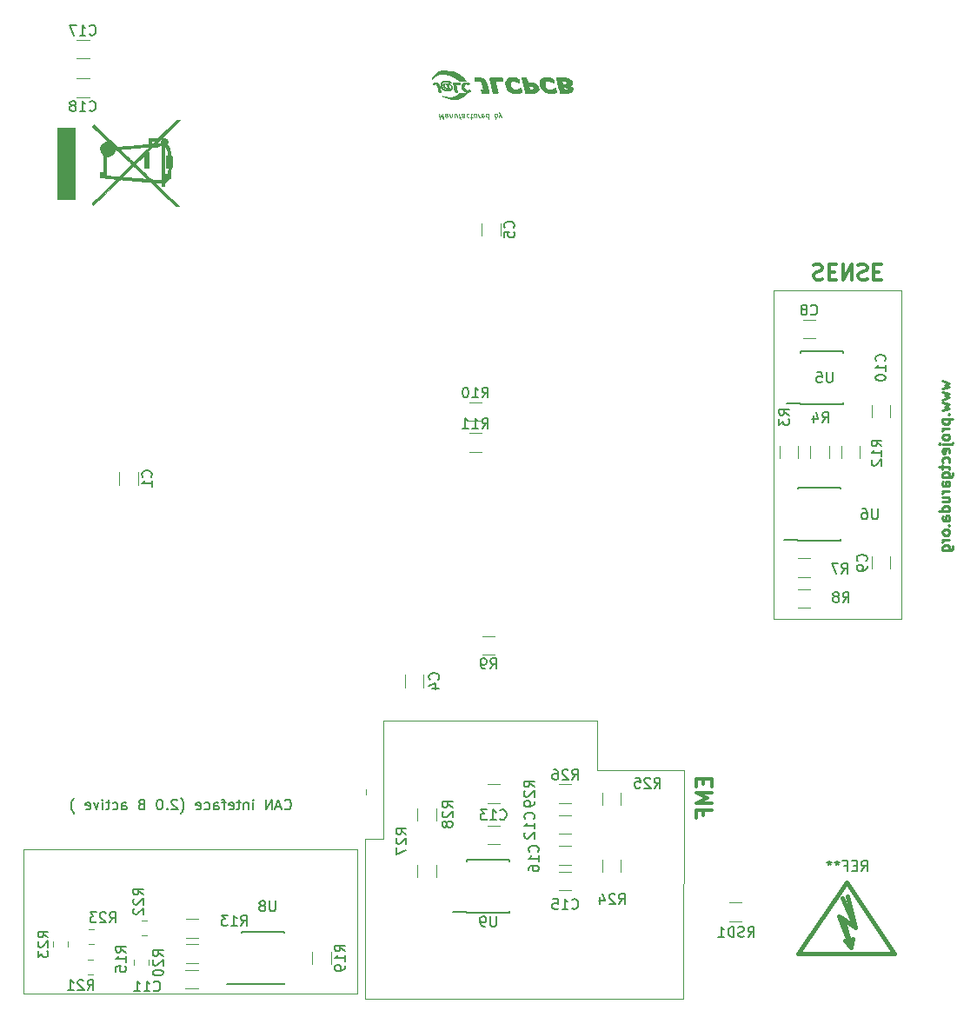
<source format=gbr>
G04 #@! TF.GenerationSoftware,KiCad,Pcbnew,(5.1.0)-1*
G04 #@! TF.CreationDate,2020-01-07T21:36:01+05:30*
G04 #@! TF.ProjectId,BLDC_STM32_proto_1,424c4443-5f53-4544-9d33-325f70726f74,rev?*
G04 #@! TF.SameCoordinates,Original*
G04 #@! TF.FileFunction,Legend,Bot*
G04 #@! TF.FilePolarity,Positive*
%FSLAX46Y46*%
G04 Gerber Fmt 4.6, Leading zero omitted, Abs format (unit mm)*
G04 Created by KiCad (PCBNEW (5.1.0)-1) date 2020-01-07 21:36:01*
%MOMM*%
%LPD*%
G04 APERTURE LIST*
%ADD10C,0.125000*%
%ADD11C,0.150000*%
%ADD12C,0.300000*%
%ADD13C,0.250000*%
%ADD14C,0.120000*%
%ADD15C,0.010000*%
%ADD16C,0.381000*%
G04 APERTURE END LIST*
D10*
X116265944Y-64323809D02*
X116328444Y-64823809D01*
X116450468Y-64466666D01*
X116661778Y-64823809D01*
X116599278Y-64323809D01*
X117051659Y-64323809D02*
X117084397Y-64585714D01*
X117066540Y-64633333D01*
X117021897Y-64657142D01*
X116926659Y-64657142D01*
X116876063Y-64633333D01*
X117054635Y-64347619D02*
X117004040Y-64323809D01*
X116884992Y-64323809D01*
X116840349Y-64347619D01*
X116822492Y-64395238D01*
X116828444Y-64442857D01*
X116858206Y-64490476D01*
X116908802Y-64514285D01*
X117027849Y-64514285D01*
X117078444Y-64538095D01*
X117331421Y-64657142D02*
X117289754Y-64323809D01*
X117325468Y-64609523D02*
X117352254Y-64633333D01*
X117402849Y-64657142D01*
X117474278Y-64657142D01*
X117518921Y-64633333D01*
X117536778Y-64585714D01*
X117504040Y-64323809D01*
X117998087Y-64657142D02*
X117956421Y-64323809D01*
X117783802Y-64657142D02*
X117751063Y-64395238D01*
X117768921Y-64347619D01*
X117813563Y-64323809D01*
X117884992Y-64323809D01*
X117935587Y-64347619D01*
X117962373Y-64371428D01*
X118164754Y-64657142D02*
X118355230Y-64657142D01*
X118194516Y-64323809D02*
X118248087Y-64752380D01*
X118277849Y-64800000D01*
X118328444Y-64823809D01*
X118376063Y-64823809D01*
X118694516Y-64323809D02*
X118727254Y-64585714D01*
X118709397Y-64633333D01*
X118664754Y-64657142D01*
X118569516Y-64657142D01*
X118518921Y-64633333D01*
X118697492Y-64347619D02*
X118646897Y-64323809D01*
X118527849Y-64323809D01*
X118483206Y-64347619D01*
X118465349Y-64395238D01*
X118471302Y-64442857D01*
X118501063Y-64490476D01*
X118551659Y-64514285D01*
X118670706Y-64514285D01*
X118721302Y-64538095D01*
X119149873Y-64347619D02*
X119099278Y-64323809D01*
X119004040Y-64323809D01*
X118959397Y-64347619D01*
X118938563Y-64371428D01*
X118920706Y-64419047D01*
X118938563Y-64561904D01*
X118968325Y-64609523D01*
X118995111Y-64633333D01*
X119045706Y-64657142D01*
X119140944Y-64657142D01*
X119185587Y-64633333D01*
X119331421Y-64657142D02*
X119521897Y-64657142D01*
X119423683Y-64823809D02*
X119370111Y-64395238D01*
X119387968Y-64347619D01*
X119432611Y-64323809D01*
X119480230Y-64323809D01*
X119902849Y-64657142D02*
X119861183Y-64323809D01*
X119688563Y-64657142D02*
X119655825Y-64395238D01*
X119673683Y-64347619D01*
X119718325Y-64323809D01*
X119789754Y-64323809D01*
X119840349Y-64347619D01*
X119867135Y-64371428D01*
X120099278Y-64323809D02*
X120140944Y-64657142D01*
X120129040Y-64561904D02*
X120158802Y-64609523D01*
X120185587Y-64633333D01*
X120236183Y-64657142D01*
X120283802Y-64657142D01*
X120602254Y-64347619D02*
X120551659Y-64323809D01*
X120456421Y-64323809D01*
X120411778Y-64347619D01*
X120393921Y-64395238D01*
X120417730Y-64585714D01*
X120447492Y-64633333D01*
X120498087Y-64657142D01*
X120593325Y-64657142D01*
X120637968Y-64633333D01*
X120655825Y-64585714D01*
X120649873Y-64538095D01*
X120405825Y-64490476D01*
X121051659Y-64323809D02*
X121114159Y-64823809D01*
X121054635Y-64347619D02*
X121004040Y-64323809D01*
X120908802Y-64323809D01*
X120864159Y-64347619D01*
X120843325Y-64371428D01*
X120825468Y-64419047D01*
X120843325Y-64561904D01*
X120873087Y-64609523D01*
X120899873Y-64633333D01*
X120950468Y-64657142D01*
X121045706Y-64657142D01*
X121090349Y-64633333D01*
X121670706Y-64323809D02*
X121733206Y-64823809D01*
X121709397Y-64633333D02*
X121759992Y-64657142D01*
X121855230Y-64657142D01*
X121899873Y-64633333D01*
X121920706Y-64609523D01*
X121938563Y-64561904D01*
X121920706Y-64419047D01*
X121890944Y-64371428D01*
X121864159Y-64347619D01*
X121813563Y-64323809D01*
X121718325Y-64323809D01*
X121673683Y-64347619D01*
X122117135Y-64657142D02*
X122194516Y-64323809D01*
X122355230Y-64657142D02*
X122194516Y-64323809D01*
X122132016Y-64204761D01*
X122105230Y-64180952D01*
X122054635Y-64157142D01*
D11*
X101239047Y-132007142D02*
X101286666Y-132054761D01*
X101429523Y-132102380D01*
X101524761Y-132102380D01*
X101667619Y-132054761D01*
X101762857Y-131959523D01*
X101810476Y-131864285D01*
X101858095Y-131673809D01*
X101858095Y-131530952D01*
X101810476Y-131340476D01*
X101762857Y-131245238D01*
X101667619Y-131150000D01*
X101524761Y-131102380D01*
X101429523Y-131102380D01*
X101286666Y-131150000D01*
X101239047Y-131197619D01*
X100858095Y-131816666D02*
X100381904Y-131816666D01*
X100953333Y-132102380D02*
X100620000Y-131102380D01*
X100286666Y-132102380D01*
X99953333Y-132102380D02*
X99953333Y-131102380D01*
X99381904Y-132102380D01*
X99381904Y-131102380D01*
X98143809Y-132102380D02*
X98143809Y-131435714D01*
X98143809Y-131102380D02*
X98191428Y-131150000D01*
X98143809Y-131197619D01*
X98096190Y-131150000D01*
X98143809Y-131102380D01*
X98143809Y-131197619D01*
X97667619Y-131435714D02*
X97667619Y-132102380D01*
X97667619Y-131530952D02*
X97620000Y-131483333D01*
X97524761Y-131435714D01*
X97381904Y-131435714D01*
X97286666Y-131483333D01*
X97239047Y-131578571D01*
X97239047Y-132102380D01*
X96905714Y-131435714D02*
X96524761Y-131435714D01*
X96762857Y-131102380D02*
X96762857Y-131959523D01*
X96715238Y-132054761D01*
X96620000Y-132102380D01*
X96524761Y-132102380D01*
X95810476Y-132054761D02*
X95905714Y-132102380D01*
X96096190Y-132102380D01*
X96191428Y-132054761D01*
X96239047Y-131959523D01*
X96239047Y-131578571D01*
X96191428Y-131483333D01*
X96096190Y-131435714D01*
X95905714Y-131435714D01*
X95810476Y-131483333D01*
X95762857Y-131578571D01*
X95762857Y-131673809D01*
X96239047Y-131769047D01*
X95477142Y-131435714D02*
X95096190Y-131435714D01*
X95334285Y-132102380D02*
X95334285Y-131245238D01*
X95286666Y-131150000D01*
X95191428Y-131102380D01*
X95096190Y-131102380D01*
X94334285Y-132102380D02*
X94334285Y-131578571D01*
X94381904Y-131483333D01*
X94477142Y-131435714D01*
X94667619Y-131435714D01*
X94762857Y-131483333D01*
X94334285Y-132054761D02*
X94429523Y-132102380D01*
X94667619Y-132102380D01*
X94762857Y-132054761D01*
X94810476Y-131959523D01*
X94810476Y-131864285D01*
X94762857Y-131769047D01*
X94667619Y-131721428D01*
X94429523Y-131721428D01*
X94334285Y-131673809D01*
X93429523Y-132054761D02*
X93524761Y-132102380D01*
X93715238Y-132102380D01*
X93810476Y-132054761D01*
X93858095Y-132007142D01*
X93905714Y-131911904D01*
X93905714Y-131626190D01*
X93858095Y-131530952D01*
X93810476Y-131483333D01*
X93715238Y-131435714D01*
X93524761Y-131435714D01*
X93429523Y-131483333D01*
X92620000Y-132054761D02*
X92715238Y-132102380D01*
X92905714Y-132102380D01*
X93000952Y-132054761D01*
X93048571Y-131959523D01*
X93048571Y-131578571D01*
X93000952Y-131483333D01*
X92905714Y-131435714D01*
X92715238Y-131435714D01*
X92620000Y-131483333D01*
X92572380Y-131578571D01*
X92572380Y-131673809D01*
X93048571Y-131769047D01*
X91096190Y-132483333D02*
X91143809Y-132435714D01*
X91239047Y-132292857D01*
X91286666Y-132197619D01*
X91334285Y-132054761D01*
X91381904Y-131816666D01*
X91381904Y-131626190D01*
X91334285Y-131388095D01*
X91286666Y-131245238D01*
X91239047Y-131150000D01*
X91143809Y-131007142D01*
X91096190Y-130959523D01*
X90762857Y-131197619D02*
X90715238Y-131150000D01*
X90620000Y-131102380D01*
X90381904Y-131102380D01*
X90286666Y-131150000D01*
X90239047Y-131197619D01*
X90191428Y-131292857D01*
X90191428Y-131388095D01*
X90239047Y-131530952D01*
X90810476Y-132102380D01*
X90191428Y-132102380D01*
X89762857Y-132007142D02*
X89715238Y-132054761D01*
X89762857Y-132102380D01*
X89810476Y-132054761D01*
X89762857Y-132007142D01*
X89762857Y-132102380D01*
X89096190Y-131102380D02*
X89000952Y-131102380D01*
X88905714Y-131150000D01*
X88858095Y-131197619D01*
X88810476Y-131292857D01*
X88762857Y-131483333D01*
X88762857Y-131721428D01*
X88810476Y-131911904D01*
X88858095Y-132007142D01*
X88905714Y-132054761D01*
X89000952Y-132102380D01*
X89096190Y-132102380D01*
X89191428Y-132054761D01*
X89239047Y-132007142D01*
X89286666Y-131911904D01*
X89334285Y-131721428D01*
X89334285Y-131483333D01*
X89286666Y-131292857D01*
X89239047Y-131197619D01*
X89191428Y-131150000D01*
X89096190Y-131102380D01*
X87239047Y-131578571D02*
X87096190Y-131626190D01*
X87048571Y-131673809D01*
X87000952Y-131769047D01*
X87000952Y-131911904D01*
X87048571Y-132007142D01*
X87096190Y-132054761D01*
X87191428Y-132102380D01*
X87572380Y-132102380D01*
X87572380Y-131102380D01*
X87239047Y-131102380D01*
X87143809Y-131150000D01*
X87096190Y-131197619D01*
X87048571Y-131292857D01*
X87048571Y-131388095D01*
X87096190Y-131483333D01*
X87143809Y-131530952D01*
X87239047Y-131578571D01*
X87572380Y-131578571D01*
X85381904Y-132102380D02*
X85381904Y-131578571D01*
X85429523Y-131483333D01*
X85524761Y-131435714D01*
X85715238Y-131435714D01*
X85810476Y-131483333D01*
X85381904Y-132054761D02*
X85477142Y-132102380D01*
X85715238Y-132102380D01*
X85810476Y-132054761D01*
X85858095Y-131959523D01*
X85858095Y-131864285D01*
X85810476Y-131769047D01*
X85715238Y-131721428D01*
X85477142Y-131721428D01*
X85381904Y-131673809D01*
X84477142Y-132054761D02*
X84572380Y-132102380D01*
X84762857Y-132102380D01*
X84858095Y-132054761D01*
X84905714Y-132007142D01*
X84953333Y-131911904D01*
X84953333Y-131626190D01*
X84905714Y-131530952D01*
X84858095Y-131483333D01*
X84762857Y-131435714D01*
X84572380Y-131435714D01*
X84477142Y-131483333D01*
X84191428Y-131435714D02*
X83810476Y-131435714D01*
X84048571Y-131102380D02*
X84048571Y-131959523D01*
X84000952Y-132054761D01*
X83905714Y-132102380D01*
X83810476Y-132102380D01*
X83477142Y-132102380D02*
X83477142Y-131435714D01*
X83477142Y-131102380D02*
X83524761Y-131150000D01*
X83477142Y-131197619D01*
X83429523Y-131150000D01*
X83477142Y-131102380D01*
X83477142Y-131197619D01*
X83096190Y-131435714D02*
X82858095Y-132102380D01*
X82620000Y-131435714D01*
X81858095Y-132054761D02*
X81953333Y-132102380D01*
X82143809Y-132102380D01*
X82239047Y-132054761D01*
X82286666Y-131959523D01*
X82286666Y-131578571D01*
X82239047Y-131483333D01*
X82143809Y-131435714D01*
X81953333Y-131435714D01*
X81858095Y-131483333D01*
X81810476Y-131578571D01*
X81810476Y-131673809D01*
X82286666Y-131769047D01*
X80715238Y-132483333D02*
X80667619Y-132435714D01*
X80572380Y-132292857D01*
X80524761Y-132197619D01*
X80477142Y-132054761D01*
X80429523Y-131816666D01*
X80429523Y-131626190D01*
X80477142Y-131388095D01*
X80524761Y-131245238D01*
X80572380Y-131150000D01*
X80667619Y-131007142D01*
X80715238Y-130959523D01*
D12*
X152734285Y-79042857D02*
X152948571Y-78971428D01*
X153305714Y-78971428D01*
X153448571Y-79042857D01*
X153520000Y-79114285D01*
X153591428Y-79257142D01*
X153591428Y-79400000D01*
X153520000Y-79542857D01*
X153448571Y-79614285D01*
X153305714Y-79685714D01*
X153020000Y-79757142D01*
X152877142Y-79828571D01*
X152805714Y-79900000D01*
X152734285Y-80042857D01*
X152734285Y-80185714D01*
X152805714Y-80328571D01*
X152877142Y-80400000D01*
X153020000Y-80471428D01*
X153377142Y-80471428D01*
X153591428Y-80400000D01*
X154234285Y-79757142D02*
X154734285Y-79757142D01*
X154948571Y-78971428D02*
X154234285Y-78971428D01*
X154234285Y-80471428D01*
X154948571Y-80471428D01*
X155591428Y-78971428D02*
X155591428Y-80471428D01*
X156448571Y-78971428D01*
X156448571Y-80471428D01*
X157091428Y-79042857D02*
X157305714Y-78971428D01*
X157662857Y-78971428D01*
X157805714Y-79042857D01*
X157877142Y-79114285D01*
X157948571Y-79257142D01*
X157948571Y-79400000D01*
X157877142Y-79542857D01*
X157805714Y-79614285D01*
X157662857Y-79685714D01*
X157377142Y-79757142D01*
X157234285Y-79828571D01*
X157162857Y-79900000D01*
X157091428Y-80042857D01*
X157091428Y-80185714D01*
X157162857Y-80328571D01*
X157234285Y-80400000D01*
X157377142Y-80471428D01*
X157734285Y-80471428D01*
X157948571Y-80400000D01*
X158591428Y-79757142D02*
X159091428Y-79757142D01*
X159305714Y-78971428D02*
X158591428Y-78971428D01*
X158591428Y-80471428D01*
X159305714Y-80471428D01*
X142012857Y-129128571D02*
X142012857Y-129628571D01*
X142798571Y-129842857D02*
X142798571Y-129128571D01*
X141298571Y-129128571D01*
X141298571Y-129842857D01*
X142798571Y-130485714D02*
X141298571Y-130485714D01*
X142370000Y-130985714D01*
X141298571Y-131485714D01*
X142798571Y-131485714D01*
X142012857Y-132700000D02*
X142012857Y-132200000D01*
X142798571Y-132200000D02*
X141298571Y-132200000D01*
X141298571Y-132914285D01*
D13*
X165305714Y-90364285D02*
X165972380Y-90554761D01*
X165496190Y-90745238D01*
X165972380Y-90935714D01*
X165305714Y-91126190D01*
X165305714Y-91411904D02*
X165972380Y-91602380D01*
X165496190Y-91792857D01*
X165972380Y-91983333D01*
X165305714Y-92173809D01*
X165305714Y-92459523D02*
X165972380Y-92650000D01*
X165496190Y-92840476D01*
X165972380Y-93030952D01*
X165305714Y-93221428D01*
X165877142Y-93602380D02*
X165924761Y-93650000D01*
X165972380Y-93602380D01*
X165924761Y-93554761D01*
X165877142Y-93602380D01*
X165972380Y-93602380D01*
X165305714Y-94078571D02*
X166305714Y-94078571D01*
X165353333Y-94078571D02*
X165305714Y-94173809D01*
X165305714Y-94364285D01*
X165353333Y-94459523D01*
X165400952Y-94507142D01*
X165496190Y-94554761D01*
X165781904Y-94554761D01*
X165877142Y-94507142D01*
X165924761Y-94459523D01*
X165972380Y-94364285D01*
X165972380Y-94173809D01*
X165924761Y-94078571D01*
X165972380Y-94983333D02*
X165305714Y-94983333D01*
X165496190Y-94983333D02*
X165400952Y-95030952D01*
X165353333Y-95078571D01*
X165305714Y-95173809D01*
X165305714Y-95269047D01*
X165972380Y-95745238D02*
X165924761Y-95650000D01*
X165877142Y-95602380D01*
X165781904Y-95554761D01*
X165496190Y-95554761D01*
X165400952Y-95602380D01*
X165353333Y-95650000D01*
X165305714Y-95745238D01*
X165305714Y-95888095D01*
X165353333Y-95983333D01*
X165400952Y-96030952D01*
X165496190Y-96078571D01*
X165781904Y-96078571D01*
X165877142Y-96030952D01*
X165924761Y-95983333D01*
X165972380Y-95888095D01*
X165972380Y-95745238D01*
X165305714Y-96507142D02*
X166162857Y-96507142D01*
X166258095Y-96459523D01*
X166305714Y-96364285D01*
X166305714Y-96316666D01*
X164972380Y-96507142D02*
X165020000Y-96459523D01*
X165067619Y-96507142D01*
X165020000Y-96554761D01*
X164972380Y-96507142D01*
X165067619Y-96507142D01*
X165924761Y-97364285D02*
X165972380Y-97269047D01*
X165972380Y-97078571D01*
X165924761Y-96983333D01*
X165829523Y-96935714D01*
X165448571Y-96935714D01*
X165353333Y-96983333D01*
X165305714Y-97078571D01*
X165305714Y-97269047D01*
X165353333Y-97364285D01*
X165448571Y-97411904D01*
X165543809Y-97411904D01*
X165639047Y-96935714D01*
X165924761Y-98269047D02*
X165972380Y-98173809D01*
X165972380Y-97983333D01*
X165924761Y-97888095D01*
X165877142Y-97840476D01*
X165781904Y-97792857D01*
X165496190Y-97792857D01*
X165400952Y-97840476D01*
X165353333Y-97888095D01*
X165305714Y-97983333D01*
X165305714Y-98173809D01*
X165353333Y-98269047D01*
X165305714Y-98554761D02*
X165305714Y-98935714D01*
X164972380Y-98697619D02*
X165829523Y-98697619D01*
X165924761Y-98745238D01*
X165972380Y-98840476D01*
X165972380Y-98935714D01*
X165305714Y-99697619D02*
X166115238Y-99697619D01*
X166210476Y-99650000D01*
X166258095Y-99602380D01*
X166305714Y-99507142D01*
X166305714Y-99364285D01*
X166258095Y-99269047D01*
X165924761Y-99697619D02*
X165972380Y-99602380D01*
X165972380Y-99411904D01*
X165924761Y-99316666D01*
X165877142Y-99269047D01*
X165781904Y-99221428D01*
X165496190Y-99221428D01*
X165400952Y-99269047D01*
X165353333Y-99316666D01*
X165305714Y-99411904D01*
X165305714Y-99602380D01*
X165353333Y-99697619D01*
X165972380Y-100602380D02*
X165448571Y-100602380D01*
X165353333Y-100554761D01*
X165305714Y-100459523D01*
X165305714Y-100269047D01*
X165353333Y-100173809D01*
X165924761Y-100602380D02*
X165972380Y-100507142D01*
X165972380Y-100269047D01*
X165924761Y-100173809D01*
X165829523Y-100126190D01*
X165734285Y-100126190D01*
X165639047Y-100173809D01*
X165591428Y-100269047D01*
X165591428Y-100507142D01*
X165543809Y-100602380D01*
X165972380Y-101078571D02*
X165305714Y-101078571D01*
X165496190Y-101078571D02*
X165400952Y-101126190D01*
X165353333Y-101173809D01*
X165305714Y-101269047D01*
X165305714Y-101364285D01*
X165305714Y-102126190D02*
X165972380Y-102126190D01*
X165305714Y-101697619D02*
X165829523Y-101697619D01*
X165924761Y-101745238D01*
X165972380Y-101840476D01*
X165972380Y-101983333D01*
X165924761Y-102078571D01*
X165877142Y-102126190D01*
X165972380Y-103030952D02*
X164972380Y-103030952D01*
X165924761Y-103030952D02*
X165972380Y-102935714D01*
X165972380Y-102745238D01*
X165924761Y-102650000D01*
X165877142Y-102602380D01*
X165781904Y-102554761D01*
X165496190Y-102554761D01*
X165400952Y-102602380D01*
X165353333Y-102650000D01*
X165305714Y-102745238D01*
X165305714Y-102935714D01*
X165353333Y-103030952D01*
X165972380Y-103935714D02*
X165448571Y-103935714D01*
X165353333Y-103888095D01*
X165305714Y-103792857D01*
X165305714Y-103602380D01*
X165353333Y-103507142D01*
X165924761Y-103935714D02*
X165972380Y-103840476D01*
X165972380Y-103602380D01*
X165924761Y-103507142D01*
X165829523Y-103459523D01*
X165734285Y-103459523D01*
X165639047Y-103507142D01*
X165591428Y-103602380D01*
X165591428Y-103840476D01*
X165543809Y-103935714D01*
X165877142Y-104411904D02*
X165924761Y-104459523D01*
X165972380Y-104411904D01*
X165924761Y-104364285D01*
X165877142Y-104411904D01*
X165972380Y-104411904D01*
X165972380Y-105030952D02*
X165924761Y-104935714D01*
X165877142Y-104888095D01*
X165781904Y-104840476D01*
X165496190Y-104840476D01*
X165400952Y-104888095D01*
X165353333Y-104935714D01*
X165305714Y-105030952D01*
X165305714Y-105173809D01*
X165353333Y-105269047D01*
X165400952Y-105316666D01*
X165496190Y-105364285D01*
X165781904Y-105364285D01*
X165877142Y-105316666D01*
X165924761Y-105269047D01*
X165972380Y-105173809D01*
X165972380Y-105030952D01*
X165972380Y-105792857D02*
X165305714Y-105792857D01*
X165496190Y-105792857D02*
X165400952Y-105840476D01*
X165353333Y-105888095D01*
X165305714Y-105983333D01*
X165305714Y-106078571D01*
X165305714Y-106840476D02*
X166115238Y-106840476D01*
X166210476Y-106792857D01*
X166258095Y-106745238D01*
X166305714Y-106650000D01*
X166305714Y-106507142D01*
X166258095Y-106411904D01*
X165924761Y-106840476D02*
X165972380Y-106745238D01*
X165972380Y-106554761D01*
X165924761Y-106459523D01*
X165877142Y-106411904D01*
X165781904Y-106364285D01*
X165496190Y-106364285D01*
X165400952Y-106411904D01*
X165353333Y-106459523D01*
X165305714Y-106554761D01*
X165305714Y-106745238D01*
X165353333Y-106840476D01*
D14*
X75820000Y-135950000D02*
X75820000Y-150050000D01*
X75920000Y-135950000D02*
X75820000Y-135950000D01*
X76320000Y-135950000D02*
X75920000Y-135950000D01*
X108320000Y-135950000D02*
X76320000Y-135950000D01*
X108320000Y-150050000D02*
X108320000Y-135950000D01*
X107570000Y-150050000D02*
X108320000Y-150050000D01*
X140120000Y-128250000D02*
X140070000Y-150550000D01*
X131620000Y-128250000D02*
X140120000Y-128250000D01*
X131620000Y-123450000D02*
X131620000Y-128250000D01*
X110820000Y-123450000D02*
X131620000Y-123450000D01*
X110820000Y-128850000D02*
X110820000Y-123450000D01*
X110820000Y-134950000D02*
X110820000Y-128850000D01*
X109070000Y-134950000D02*
X110820000Y-134950000D01*
X109070000Y-150550000D02*
X109070000Y-134950000D01*
X107570000Y-150050000D02*
X93820000Y-150050000D01*
X93820000Y-150050000D02*
X75820000Y-150050000D01*
X148820000Y-81550000D02*
X148820000Y-84050000D01*
X161320000Y-81550000D02*
X148820000Y-81550000D01*
X161320000Y-113550000D02*
X161320000Y-81550000D01*
X148820000Y-113550000D02*
X161320000Y-113550000D01*
X148820000Y-84050000D02*
X148820000Y-113550000D01*
X140070000Y-150550000D02*
X109070000Y-150550000D01*
X109170000Y-130650000D02*
X109170000Y-130150000D01*
D15*
G36*
X118803036Y-61052496D02*
G01*
X118716589Y-60937134D01*
X118586053Y-60802578D01*
X118428839Y-60664214D01*
X118262357Y-60537431D01*
X118112756Y-60442443D01*
X117839727Y-60316062D01*
X117532915Y-60217738D01*
X117212805Y-60151380D01*
X116899883Y-60120898D01*
X116614634Y-60130198D01*
X116535949Y-60141607D01*
X116246218Y-60220614D01*
X115998081Y-60345176D01*
X115797769Y-60510428D01*
X115651515Y-60711507D01*
X115579552Y-60888061D01*
X115568917Y-60936060D01*
X115580361Y-60944012D01*
X115621656Y-60907473D01*
X115700575Y-60821998D01*
X115706387Y-60815538D01*
X115884011Y-60655189D01*
X116087385Y-60546497D01*
X116329474Y-60483855D01*
X116516805Y-60465011D01*
X116846295Y-60474186D01*
X117170368Y-60533009D01*
X117474789Y-60636473D01*
X117745319Y-60779569D01*
X117967725Y-60957291D01*
X117994260Y-60984702D01*
X118160049Y-61161944D01*
X118866766Y-61161944D01*
X118803036Y-61052496D01*
X118803036Y-61052496D01*
G37*
X118803036Y-61052496D02*
X118716589Y-60937134D01*
X118586053Y-60802578D01*
X118428839Y-60664214D01*
X118262357Y-60537431D01*
X118112756Y-60442443D01*
X117839727Y-60316062D01*
X117532915Y-60217738D01*
X117212805Y-60151380D01*
X116899883Y-60120898D01*
X116614634Y-60130198D01*
X116535949Y-60141607D01*
X116246218Y-60220614D01*
X115998081Y-60345176D01*
X115797769Y-60510428D01*
X115651515Y-60711507D01*
X115579552Y-60888061D01*
X115568917Y-60936060D01*
X115580361Y-60944012D01*
X115621656Y-60907473D01*
X115700575Y-60821998D01*
X115706387Y-60815538D01*
X115884011Y-60655189D01*
X116087385Y-60546497D01*
X116329474Y-60483855D01*
X116516805Y-60465011D01*
X116846295Y-60474186D01*
X117170368Y-60533009D01*
X117474789Y-60636473D01*
X117745319Y-60779569D01*
X117967725Y-60957291D01*
X117994260Y-60984702D01*
X118160049Y-61161944D01*
X118866766Y-61161944D01*
X118803036Y-61052496D01*
G36*
X120756173Y-62302418D02*
G01*
X120902191Y-62298451D01*
X121019141Y-62292765D01*
X121090856Y-62286278D01*
X121105271Y-62282599D01*
X121101198Y-62245703D01*
X121081232Y-62152216D01*
X121048090Y-62013608D01*
X121004488Y-61841344D01*
X120966428Y-61696480D01*
X120896931Y-61447120D01*
X120835203Y-61256878D01*
X120775580Y-61115610D01*
X120712398Y-61013170D01*
X120639994Y-60939412D01*
X120552702Y-60884190D01*
X120498991Y-60859194D01*
X120388492Y-60828069D01*
X120234509Y-60804652D01*
X120063914Y-60791375D01*
X119903581Y-60790669D01*
X119819994Y-60797765D01*
X119745432Y-60811896D01*
X119715291Y-60840899D01*
X119716430Y-60906807D01*
X119724270Y-60958273D01*
X119742686Y-61055359D01*
X119760397Y-61121021D01*
X119764633Y-61130343D01*
X119806688Y-61142779D01*
X119894562Y-61143238D01*
X119954422Y-61137962D01*
X120101560Y-61127123D01*
X120212222Y-61140411D01*
X120295617Y-61186681D01*
X120360952Y-61274790D01*
X120417435Y-61413594D01*
X120474273Y-61611951D01*
X120483188Y-61646562D01*
X120523114Y-61804647D01*
X120545016Y-61905985D01*
X120547897Y-61962304D01*
X120530761Y-61985326D01*
X120492608Y-61986778D01*
X120454690Y-61981506D01*
X120353269Y-61966620D01*
X120387055Y-62137546D01*
X120420840Y-62308472D01*
X120756173Y-62302418D01*
X120756173Y-62302418D01*
G37*
X120756173Y-62302418D02*
X120902191Y-62298451D01*
X121019141Y-62292765D01*
X121090856Y-62286278D01*
X121105271Y-62282599D01*
X121101198Y-62245703D01*
X121081232Y-62152216D01*
X121048090Y-62013608D01*
X121004488Y-61841344D01*
X120966428Y-61696480D01*
X120896931Y-61447120D01*
X120835203Y-61256878D01*
X120775580Y-61115610D01*
X120712398Y-61013170D01*
X120639994Y-60939412D01*
X120552702Y-60884190D01*
X120498991Y-60859194D01*
X120388492Y-60828069D01*
X120234509Y-60804652D01*
X120063914Y-60791375D01*
X119903581Y-60790669D01*
X119819994Y-60797765D01*
X119745432Y-60811896D01*
X119715291Y-60840899D01*
X119716430Y-60906807D01*
X119724270Y-60958273D01*
X119742686Y-61055359D01*
X119760397Y-61121021D01*
X119764633Y-61130343D01*
X119806688Y-61142779D01*
X119894562Y-61143238D01*
X119954422Y-61137962D01*
X120101560Y-61127123D01*
X120212222Y-61140411D01*
X120295617Y-61186681D01*
X120360952Y-61274790D01*
X120417435Y-61413594D01*
X120474273Y-61611951D01*
X120483188Y-61646562D01*
X120523114Y-61804647D01*
X120545016Y-61905985D01*
X120547897Y-61962304D01*
X120530761Y-61985326D01*
X120492608Y-61986778D01*
X120454690Y-61981506D01*
X120353269Y-61966620D01*
X120387055Y-62137546D01*
X120420840Y-62308472D01*
X120756173Y-62302418D01*
G36*
X123913967Y-62317069D02*
G01*
X124068561Y-62292636D01*
X124196575Y-62256851D01*
X124284403Y-62213754D01*
X124318439Y-62167383D01*
X124317219Y-62156647D01*
X124296988Y-62086198D01*
X124267230Y-61982655D01*
X124256943Y-61946875D01*
X124227091Y-61856488D01*
X124201993Y-61803096D01*
X124194853Y-61796944D01*
X124157206Y-61815349D01*
X124082840Y-61862148D01*
X124035884Y-61893958D01*
X123880155Y-61967978D01*
X123708723Y-61995135D01*
X123544594Y-61974571D01*
X123425017Y-61916729D01*
X123311686Y-61800730D01*
X123231166Y-61655965D01*
X123187814Y-61500411D01*
X123185988Y-61352049D01*
X123230047Y-61228855D01*
X123251509Y-61200977D01*
X123347290Y-61143315D01*
X123484481Y-61122330D01*
X123644576Y-61137442D01*
X123809068Y-61188072D01*
X123876444Y-61220564D01*
X123974501Y-61268288D01*
X124046596Y-61292962D01*
X124071241Y-61292185D01*
X124074946Y-61248545D01*
X124060690Y-61160138D01*
X124042481Y-61086449D01*
X124006725Y-60976056D01*
X123965697Y-60912292D01*
X123900861Y-60872486D01*
X123852458Y-60854037D01*
X123715633Y-60819960D01*
X123545525Y-60797116D01*
X123370150Y-60787458D01*
X123217523Y-60792940D01*
X123146581Y-60804806D01*
X122949675Y-60881598D01*
X122811474Y-60996530D01*
X122729025Y-61153483D01*
X122699376Y-61356338D01*
X122699324Y-61392650D01*
X122735213Y-61643858D01*
X122830707Y-61864107D01*
X122979595Y-62047859D01*
X123175666Y-62189576D01*
X123412708Y-62283722D01*
X123684510Y-62324759D01*
X123746398Y-62326111D01*
X123913967Y-62317069D01*
X123913967Y-62317069D01*
G37*
X123913967Y-62317069D02*
X124068561Y-62292636D01*
X124196575Y-62256851D01*
X124284403Y-62213754D01*
X124318439Y-62167383D01*
X124317219Y-62156647D01*
X124296988Y-62086198D01*
X124267230Y-61982655D01*
X124256943Y-61946875D01*
X124227091Y-61856488D01*
X124201993Y-61803096D01*
X124194853Y-61796944D01*
X124157206Y-61815349D01*
X124082840Y-61862148D01*
X124035884Y-61893958D01*
X123880155Y-61967978D01*
X123708723Y-61995135D01*
X123544594Y-61974571D01*
X123425017Y-61916729D01*
X123311686Y-61800730D01*
X123231166Y-61655965D01*
X123187814Y-61500411D01*
X123185988Y-61352049D01*
X123230047Y-61228855D01*
X123251509Y-61200977D01*
X123347290Y-61143315D01*
X123484481Y-61122330D01*
X123644576Y-61137442D01*
X123809068Y-61188072D01*
X123876444Y-61220564D01*
X123974501Y-61268288D01*
X124046596Y-61292962D01*
X124071241Y-61292185D01*
X124074946Y-61248545D01*
X124060690Y-61160138D01*
X124042481Y-61086449D01*
X124006725Y-60976056D01*
X123965697Y-60912292D01*
X123900861Y-60872486D01*
X123852458Y-60854037D01*
X123715633Y-60819960D01*
X123545525Y-60797116D01*
X123370150Y-60787458D01*
X123217523Y-60792940D01*
X123146581Y-60804806D01*
X122949675Y-60881598D01*
X122811474Y-60996530D01*
X122729025Y-61153483D01*
X122699376Y-61356338D01*
X122699324Y-61392650D01*
X122735213Y-61643858D01*
X122830707Y-61864107D01*
X122979595Y-62047859D01*
X123175666Y-62189576D01*
X123412708Y-62283722D01*
X123684510Y-62324759D01*
X123746398Y-62326111D01*
X123913967Y-62317069D01*
G36*
X127299832Y-62307001D02*
G01*
X127443771Y-62285948D01*
X127566554Y-62258664D01*
X127651565Y-62228142D01*
X127682222Y-62198263D01*
X127672676Y-62147720D01*
X127648825Y-62060714D01*
X127617846Y-61959979D01*
X127586920Y-61868247D01*
X127563225Y-61808251D01*
X127555490Y-61796944D01*
X127519440Y-61814748D01*
X127445050Y-61860174D01*
X127393000Y-61893958D01*
X127212507Y-61977214D01*
X127029852Y-61996770D01*
X126857569Y-61955202D01*
X126708190Y-61855084D01*
X126613120Y-61733743D01*
X126565655Y-61610688D01*
X126545553Y-61467067D01*
X126553169Y-61328584D01*
X126588859Y-61220942D01*
X126605713Y-61197815D01*
X126698713Y-61143056D01*
X126834391Y-61123340D01*
X126994513Y-61138098D01*
X127160849Y-61186762D01*
X127228291Y-61217233D01*
X127328354Y-61263233D01*
X127401330Y-61288053D01*
X127426413Y-61288401D01*
X127428783Y-61246346D01*
X127414109Y-61159050D01*
X127396447Y-61086566D01*
X127361771Y-60976746D01*
X127321373Y-60913428D01*
X127256498Y-60873772D01*
X127205972Y-60854607D01*
X127069230Y-60820485D01*
X126899721Y-60797429D01*
X126725149Y-60787410D01*
X126573222Y-60792396D01*
X126500416Y-60804439D01*
X126310035Y-60876682D01*
X126178666Y-60982360D01*
X126099427Y-61129685D01*
X126065655Y-61323367D01*
X126080031Y-61583895D01*
X126155053Y-61812799D01*
X126286081Y-62005219D01*
X126468479Y-62156293D01*
X126697609Y-62261158D01*
X126968832Y-62314953D01*
X127014942Y-62318444D01*
X127151351Y-62318830D01*
X127299832Y-62307001D01*
X127299832Y-62307001D01*
G37*
X127299832Y-62307001D02*
X127443771Y-62285948D01*
X127566554Y-62258664D01*
X127651565Y-62228142D01*
X127682222Y-62198263D01*
X127672676Y-62147720D01*
X127648825Y-62060714D01*
X127617846Y-61959979D01*
X127586920Y-61868247D01*
X127563225Y-61808251D01*
X127555490Y-61796944D01*
X127519440Y-61814748D01*
X127445050Y-61860174D01*
X127393000Y-61893958D01*
X127212507Y-61977214D01*
X127029852Y-61996770D01*
X126857569Y-61955202D01*
X126708190Y-61855084D01*
X126613120Y-61733743D01*
X126565655Y-61610688D01*
X126545553Y-61467067D01*
X126553169Y-61328584D01*
X126588859Y-61220942D01*
X126605713Y-61197815D01*
X126698713Y-61143056D01*
X126834391Y-61123340D01*
X126994513Y-61138098D01*
X127160849Y-61186762D01*
X127228291Y-61217233D01*
X127328354Y-61263233D01*
X127401330Y-61288053D01*
X127426413Y-61288401D01*
X127428783Y-61246346D01*
X127414109Y-61159050D01*
X127396447Y-61086566D01*
X127361771Y-60976746D01*
X127321373Y-60913428D01*
X127256498Y-60873772D01*
X127205972Y-60854607D01*
X127069230Y-60820485D01*
X126899721Y-60797429D01*
X126725149Y-60787410D01*
X126573222Y-60792396D01*
X126500416Y-60804439D01*
X126310035Y-60876682D01*
X126178666Y-60982360D01*
X126099427Y-61129685D01*
X126065655Y-61323367D01*
X126080031Y-61583895D01*
X126155053Y-61812799D01*
X126286081Y-62005219D01*
X126468479Y-62156293D01*
X126697609Y-62261158D01*
X126968832Y-62314953D01*
X127014942Y-62318444D01*
X127151351Y-62318830D01*
X127299832Y-62307001D01*
G36*
X121742660Y-62296642D02*
G01*
X121858088Y-62285685D01*
X121939125Y-62268678D01*
X121967222Y-62250751D01*
X121958887Y-62204930D01*
X121936392Y-62105873D01*
X121903504Y-61968586D01*
X121863987Y-61808075D01*
X121821607Y-61639344D01*
X121780130Y-61477398D01*
X121743321Y-61337244D01*
X121714945Y-61233885D01*
X121699663Y-61184551D01*
X121696794Y-61158756D01*
X121719418Y-61141926D01*
X121778816Y-61132204D01*
X121886270Y-61127736D01*
X122051642Y-61126666D01*
X122204511Y-61124344D01*
X122327180Y-61118058D01*
X122405158Y-61108835D01*
X122425636Y-61100208D01*
X122416800Y-61051792D01*
X122395156Y-60965106D01*
X122388700Y-60941458D01*
X122351961Y-60809166D01*
X121753897Y-60809166D01*
X121510550Y-60810946D01*
X121333661Y-60816461D01*
X121219216Y-60825979D01*
X121163202Y-60839765D01*
X121155833Y-60848843D01*
X121164222Y-60893637D01*
X121187651Y-60995953D01*
X121223514Y-61145000D01*
X121269201Y-61329986D01*
X121322107Y-61540122D01*
X121336966Y-61598496D01*
X121518098Y-62308472D01*
X121742660Y-62296642D01*
X121742660Y-62296642D01*
G37*
X121742660Y-62296642D02*
X121858088Y-62285685D01*
X121939125Y-62268678D01*
X121967222Y-62250751D01*
X121958887Y-62204930D01*
X121936392Y-62105873D01*
X121903504Y-61968586D01*
X121863987Y-61808075D01*
X121821607Y-61639344D01*
X121780130Y-61477398D01*
X121743321Y-61337244D01*
X121714945Y-61233885D01*
X121699663Y-61184551D01*
X121696794Y-61158756D01*
X121719418Y-61141926D01*
X121778816Y-61132204D01*
X121886270Y-61127736D01*
X122051642Y-61126666D01*
X122204511Y-61124344D01*
X122327180Y-61118058D01*
X122405158Y-61108835D01*
X122425636Y-61100208D01*
X122416800Y-61051792D01*
X122395156Y-60965106D01*
X122388700Y-60941458D01*
X122351961Y-60809166D01*
X121753897Y-60809166D01*
X121510550Y-60810946D01*
X121333661Y-60816461D01*
X121219216Y-60825979D01*
X121163202Y-60839765D01*
X121155833Y-60848843D01*
X121164222Y-60893637D01*
X121187651Y-60995953D01*
X121223514Y-61145000D01*
X121269201Y-61329986D01*
X121322107Y-61540122D01*
X121336966Y-61598496D01*
X121518098Y-62308472D01*
X121742660Y-62296642D01*
G36*
X125377525Y-62287028D02*
G01*
X125557002Y-62275235D01*
X125679548Y-62254893D01*
X125723095Y-62240696D01*
X125847552Y-62153162D01*
X125924401Y-62021933D01*
X125946151Y-61861355D01*
X125942430Y-61820715D01*
X125891060Y-61649400D01*
X125785688Y-61512390D01*
X125623309Y-61407615D01*
X125400919Y-61333000D01*
X125178234Y-61293688D01*
X125038570Y-61272840D01*
X124930098Y-61250520D01*
X124868418Y-61230242D01*
X124860000Y-61221981D01*
X124850782Y-61172910D01*
X124827031Y-61079755D01*
X124804580Y-60999804D01*
X124749160Y-60809166D01*
X124518243Y-60809166D01*
X124394147Y-60811379D01*
X124326476Y-60820701D01*
X124301164Y-60841159D01*
X124302594Y-60870903D01*
X124315780Y-60923019D01*
X124343541Y-61031936D01*
X124382930Y-61186109D01*
X124430995Y-61373996D01*
X124484789Y-61584053D01*
X124491883Y-61611736D01*
X124507061Y-61670967D01*
X124977629Y-61670967D01*
X124990558Y-61634956D01*
X125051736Y-61618101D01*
X125141836Y-61619273D01*
X125241528Y-61637346D01*
X125331486Y-61671190D01*
X125366770Y-61693671D01*
X125446669Y-61782225D01*
X125460612Y-61862440D01*
X125413195Y-61926131D01*
X125309018Y-61965113D01*
X125209648Y-61973333D01*
X125108770Y-61970309D01*
X125056850Y-61951647D01*
X125032305Y-61902963D01*
X125020607Y-61847356D01*
X124999459Y-61748638D01*
X124979369Y-61675736D01*
X124977629Y-61670967D01*
X124507061Y-61670967D01*
X124665903Y-62290833D01*
X125134501Y-62290833D01*
X125377525Y-62287028D01*
X125377525Y-62287028D01*
G37*
X125377525Y-62287028D02*
X125557002Y-62275235D01*
X125679548Y-62254893D01*
X125723095Y-62240696D01*
X125847552Y-62153162D01*
X125924401Y-62021933D01*
X125946151Y-61861355D01*
X125942430Y-61820715D01*
X125891060Y-61649400D01*
X125785688Y-61512390D01*
X125623309Y-61407615D01*
X125400919Y-61333000D01*
X125178234Y-61293688D01*
X125038570Y-61272840D01*
X124930098Y-61250520D01*
X124868418Y-61230242D01*
X124860000Y-61221981D01*
X124850782Y-61172910D01*
X124827031Y-61079755D01*
X124804580Y-60999804D01*
X124749160Y-60809166D01*
X124518243Y-60809166D01*
X124394147Y-60811379D01*
X124326476Y-60820701D01*
X124301164Y-60841159D01*
X124302594Y-60870903D01*
X124315780Y-60923019D01*
X124343541Y-61031936D01*
X124382930Y-61186109D01*
X124430995Y-61373996D01*
X124484789Y-61584053D01*
X124491883Y-61611736D01*
X124507061Y-61670967D01*
X124977629Y-61670967D01*
X124990558Y-61634956D01*
X125051736Y-61618101D01*
X125141836Y-61619273D01*
X125241528Y-61637346D01*
X125331486Y-61671190D01*
X125366770Y-61693671D01*
X125446669Y-61782225D01*
X125460612Y-61862440D01*
X125413195Y-61926131D01*
X125309018Y-61965113D01*
X125209648Y-61973333D01*
X125108770Y-61970309D01*
X125056850Y-61951647D01*
X125032305Y-61902963D01*
X125020607Y-61847356D01*
X124999459Y-61748638D01*
X124979369Y-61675736D01*
X124977629Y-61670967D01*
X124507061Y-61670967D01*
X124665903Y-62290833D01*
X125134501Y-62290833D01*
X125377525Y-62287028D01*
G36*
X128521524Y-62290434D02*
G01*
X128775090Y-62276106D01*
X128966310Y-62252086D01*
X129103139Y-62214667D01*
X129193533Y-62160142D01*
X129245448Y-62084800D01*
X129266839Y-61984936D01*
X129268600Y-61942221D01*
X129252341Y-61843117D01*
X129192147Y-61752505D01*
X129150776Y-61710734D01*
X129031831Y-61598555D01*
X129115499Y-61524030D01*
X129176220Y-61444927D01*
X129198351Y-61336970D01*
X129199166Y-61301574D01*
X129165818Y-61151259D01*
X129072682Y-61018869D01*
X128930121Y-60914786D01*
X128748500Y-60849394D01*
X128747638Y-60849209D01*
X128653757Y-60835766D01*
X128517985Y-60824690D01*
X128355657Y-60816277D01*
X128182109Y-60810823D01*
X128012678Y-60808624D01*
X127862698Y-60809978D01*
X127747506Y-60815180D01*
X127682438Y-60824526D01*
X127674671Y-60828477D01*
X127673071Y-60851538D01*
X127682422Y-60910655D01*
X127703917Y-61010752D01*
X127737884Y-61153125D01*
X128211585Y-61153125D01*
X128242390Y-61134624D01*
X128320029Y-61127257D01*
X128421799Y-61130223D01*
X128524995Y-61142726D01*
X128606911Y-61163968D01*
X128614745Y-61167298D01*
X128692880Y-61226357D01*
X128731143Y-61302039D01*
X128719473Y-61371572D01*
X128710023Y-61382976D01*
X128655749Y-61406760D01*
X128556771Y-61427461D01*
X128480013Y-61436478D01*
X128287544Y-61452439D01*
X128249663Y-61316011D01*
X128225514Y-61223116D01*
X128212374Y-61161060D01*
X128211585Y-61153125D01*
X127737884Y-61153125D01*
X127738751Y-61156758D01*
X127788116Y-61353600D01*
X127853207Y-61606204D01*
X127886706Y-61734175D01*
X128352500Y-61734175D01*
X128382317Y-61722050D01*
X128456457Y-61726663D01*
X128551950Y-61743545D01*
X128645825Y-61768223D01*
X128715113Y-61796227D01*
X128731376Y-61807924D01*
X128773429Y-61878399D01*
X128751088Y-61933378D01*
X128669920Y-61966514D01*
X128586363Y-61973333D01*
X128486874Y-61968517D01*
X128433157Y-61944729D01*
X128400604Y-61887959D01*
X128391228Y-61862236D01*
X128364794Y-61781811D01*
X128352595Y-61735638D01*
X128352500Y-61734175D01*
X127886706Y-61734175D01*
X127935218Y-61919497D01*
X127981980Y-62096805D01*
X128037910Y-62308472D01*
X128521524Y-62290434D01*
X128521524Y-62290434D01*
G37*
X128521524Y-62290434D02*
X128775090Y-62276106D01*
X128966310Y-62252086D01*
X129103139Y-62214667D01*
X129193533Y-62160142D01*
X129245448Y-62084800D01*
X129266839Y-61984936D01*
X129268600Y-61942221D01*
X129252341Y-61843117D01*
X129192147Y-61752505D01*
X129150776Y-61710734D01*
X129031831Y-61598555D01*
X129115499Y-61524030D01*
X129176220Y-61444927D01*
X129198351Y-61336970D01*
X129199166Y-61301574D01*
X129165818Y-61151259D01*
X129072682Y-61018869D01*
X128930121Y-60914786D01*
X128748500Y-60849394D01*
X128747638Y-60849209D01*
X128653757Y-60835766D01*
X128517985Y-60824690D01*
X128355657Y-60816277D01*
X128182109Y-60810823D01*
X128012678Y-60808624D01*
X127862698Y-60809978D01*
X127747506Y-60815180D01*
X127682438Y-60824526D01*
X127674671Y-60828477D01*
X127673071Y-60851538D01*
X127682422Y-60910655D01*
X127703917Y-61010752D01*
X127737884Y-61153125D01*
X128211585Y-61153125D01*
X128242390Y-61134624D01*
X128320029Y-61127257D01*
X128421799Y-61130223D01*
X128524995Y-61142726D01*
X128606911Y-61163968D01*
X128614745Y-61167298D01*
X128692880Y-61226357D01*
X128731143Y-61302039D01*
X128719473Y-61371572D01*
X128710023Y-61382976D01*
X128655749Y-61406760D01*
X128556771Y-61427461D01*
X128480013Y-61436478D01*
X128287544Y-61452439D01*
X128249663Y-61316011D01*
X128225514Y-61223116D01*
X128212374Y-61161060D01*
X128211585Y-61153125D01*
X127737884Y-61153125D01*
X127738751Y-61156758D01*
X127788116Y-61353600D01*
X127853207Y-61606204D01*
X127886706Y-61734175D01*
X128352500Y-61734175D01*
X128382317Y-61722050D01*
X128456457Y-61726663D01*
X128551950Y-61743545D01*
X128645825Y-61768223D01*
X128715113Y-61796227D01*
X128731376Y-61807924D01*
X128773429Y-61878399D01*
X128751088Y-61933378D01*
X128669920Y-61966514D01*
X128586363Y-61973333D01*
X128486874Y-61968517D01*
X128433157Y-61944729D01*
X128400604Y-61887959D01*
X128391228Y-61862236D01*
X128364794Y-61781811D01*
X128352595Y-61735638D01*
X128352500Y-61734175D01*
X127886706Y-61734175D01*
X127935218Y-61919497D01*
X127981980Y-62096805D01*
X128037910Y-62308472D01*
X128521524Y-62290434D01*
G36*
X117234819Y-62074252D02*
G01*
X117316504Y-62054573D01*
X117383025Y-62010222D01*
X117419102Y-61976047D01*
X117502431Y-61854886D01*
X117517158Y-61723876D01*
X117463655Y-61578466D01*
X117453094Y-61560532D01*
X117353095Y-61443850D01*
X117218394Y-61374090D01*
X117037421Y-61346053D01*
X116973285Y-61344994D01*
X116798797Y-61352288D01*
X116686233Y-61375309D01*
X116627590Y-61420403D01*
X116614864Y-61493913D01*
X116617026Y-61503209D01*
X116746389Y-61503209D01*
X116773830Y-61436862D01*
X116832486Y-61408997D01*
X116913459Y-61430964D01*
X116988406Y-61492134D01*
X117047381Y-61584369D01*
X117073930Y-61677343D01*
X117068790Y-61752336D01*
X117026059Y-61783638D01*
X116988329Y-61790073D01*
X116897720Y-61775489D01*
X116820759Y-61705941D01*
X116759065Y-61596685D01*
X116746389Y-61503209D01*
X116617026Y-61503209D01*
X116640051Y-61602186D01*
X116641858Y-61607707D01*
X116712640Y-61737928D01*
X116826516Y-61820014D01*
X116989711Y-61857493D01*
X117088068Y-61860664D01*
X117301021Y-61857645D01*
X117211787Y-61650833D01*
X117168715Y-61541239D01*
X117144181Y-61458874D01*
X117142977Y-61423597D01*
X117191617Y-61417729D01*
X117259277Y-61459186D01*
X117332430Y-61532690D01*
X117397550Y-61622965D01*
X117441111Y-61714735D01*
X117451534Y-61772089D01*
X117427956Y-61839162D01*
X117370477Y-61916496D01*
X117365075Y-61922020D01*
X117291866Y-61978065D01*
X117201650Y-62003660D01*
X117099359Y-62008611D01*
X116966749Y-61998510D01*
X116842148Y-61973050D01*
X116802545Y-61959437D01*
X116669974Y-61875751D01*
X116569361Y-61757846D01*
X116506459Y-61621658D01*
X116487023Y-61483122D01*
X116516810Y-61358172D01*
X116562429Y-61294609D01*
X116613259Y-61253092D01*
X116675554Y-61228923D01*
X116768911Y-61217667D01*
X116912927Y-61214886D01*
X116914599Y-61214886D01*
X117117163Y-61225051D01*
X117269325Y-61257347D01*
X117326589Y-61280109D01*
X117410354Y-61317790D01*
X117441166Y-61324809D01*
X117429423Y-61301558D01*
X117414783Y-61283439D01*
X117313585Y-61208388D01*
X117165689Y-61155552D01*
X116992029Y-61127043D01*
X116813540Y-61124973D01*
X116651156Y-61151457D01*
X116545178Y-61195671D01*
X116446940Y-61291685D01*
X116400797Y-61417911D01*
X116403267Y-61561099D01*
X116450865Y-61707998D01*
X116540111Y-61845357D01*
X116667520Y-61959923D01*
X116759654Y-62011676D01*
X116910131Y-62057560D01*
X117087371Y-62078012D01*
X117110422Y-62078392D01*
X117234819Y-62074252D01*
X117234819Y-62074252D01*
G37*
X117234819Y-62074252D02*
X117316504Y-62054573D01*
X117383025Y-62010222D01*
X117419102Y-61976047D01*
X117502431Y-61854886D01*
X117517158Y-61723876D01*
X117463655Y-61578466D01*
X117453094Y-61560532D01*
X117353095Y-61443850D01*
X117218394Y-61374090D01*
X117037421Y-61346053D01*
X116973285Y-61344994D01*
X116798797Y-61352288D01*
X116686233Y-61375309D01*
X116627590Y-61420403D01*
X116614864Y-61493913D01*
X116617026Y-61503209D01*
X116746389Y-61503209D01*
X116773830Y-61436862D01*
X116832486Y-61408997D01*
X116913459Y-61430964D01*
X116988406Y-61492134D01*
X117047381Y-61584369D01*
X117073930Y-61677343D01*
X117068790Y-61752336D01*
X117026059Y-61783638D01*
X116988329Y-61790073D01*
X116897720Y-61775489D01*
X116820759Y-61705941D01*
X116759065Y-61596685D01*
X116746389Y-61503209D01*
X116617026Y-61503209D01*
X116640051Y-61602186D01*
X116641858Y-61607707D01*
X116712640Y-61737928D01*
X116826516Y-61820014D01*
X116989711Y-61857493D01*
X117088068Y-61860664D01*
X117301021Y-61857645D01*
X117211787Y-61650833D01*
X117168715Y-61541239D01*
X117144181Y-61458874D01*
X117142977Y-61423597D01*
X117191617Y-61417729D01*
X117259277Y-61459186D01*
X117332430Y-61532690D01*
X117397550Y-61622965D01*
X117441111Y-61714735D01*
X117451534Y-61772089D01*
X117427956Y-61839162D01*
X117370477Y-61916496D01*
X117365075Y-61922020D01*
X117291866Y-61978065D01*
X117201650Y-62003660D01*
X117099359Y-62008611D01*
X116966749Y-61998510D01*
X116842148Y-61973050D01*
X116802545Y-61959437D01*
X116669974Y-61875751D01*
X116569361Y-61757846D01*
X116506459Y-61621658D01*
X116487023Y-61483122D01*
X116516810Y-61358172D01*
X116562429Y-61294609D01*
X116613259Y-61253092D01*
X116675554Y-61228923D01*
X116768911Y-61217667D01*
X116912927Y-61214886D01*
X116914599Y-61214886D01*
X117117163Y-61225051D01*
X117269325Y-61257347D01*
X117326589Y-61280109D01*
X117410354Y-61317790D01*
X117441166Y-61324809D01*
X117429423Y-61301558D01*
X117414783Y-61283439D01*
X117313585Y-61208388D01*
X117165689Y-61155552D01*
X116992029Y-61127043D01*
X116813540Y-61124973D01*
X116651156Y-61151457D01*
X116545178Y-61195671D01*
X116446940Y-61291685D01*
X116400797Y-61417911D01*
X116403267Y-61561099D01*
X116450865Y-61707998D01*
X116540111Y-61845357D01*
X116667520Y-61959923D01*
X116759654Y-62011676D01*
X116910131Y-62057560D01*
X117087371Y-62078012D01*
X117110422Y-62078392D01*
X117234819Y-62074252D01*
G36*
X116406384Y-62195468D02*
G01*
X116406084Y-62156742D01*
X116392872Y-62067027D01*
X116370366Y-61943926D01*
X116342187Y-61805042D01*
X116311953Y-61667976D01*
X116283286Y-61550330D01*
X116259804Y-61469709D01*
X116254085Y-61454852D01*
X116173104Y-61350730D01*
X116048897Y-61281258D01*
X115903183Y-61253515D01*
X115757681Y-61274578D01*
X115731875Y-61284672D01*
X115644179Y-61342520D01*
X115621227Y-61405619D01*
X115664928Y-61465348D01*
X115688610Y-61479890D01*
X115759352Y-61498177D01*
X115814602Y-61463492D01*
X115893213Y-61411001D01*
X115962452Y-61422155D01*
X116023679Y-61498655D01*
X116078250Y-61642197D01*
X116127523Y-61854482D01*
X116127663Y-61855220D01*
X116157497Y-62006457D01*
X116181576Y-62102012D01*
X116206573Y-62155657D01*
X116239162Y-62181160D01*
X116286016Y-62192294D01*
X116291405Y-62193098D01*
X116368435Y-62200009D01*
X116406384Y-62195468D01*
X116406384Y-62195468D01*
G37*
X116406384Y-62195468D02*
X116406084Y-62156742D01*
X116392872Y-62067027D01*
X116370366Y-61943926D01*
X116342187Y-61805042D01*
X116311953Y-61667976D01*
X116283286Y-61550330D01*
X116259804Y-61469709D01*
X116254085Y-61454852D01*
X116173104Y-61350730D01*
X116048897Y-61281258D01*
X115903183Y-61253515D01*
X115757681Y-61274578D01*
X115731875Y-61284672D01*
X115644179Y-61342520D01*
X115621227Y-61405619D01*
X115664928Y-61465348D01*
X115688610Y-61479890D01*
X115759352Y-61498177D01*
X115814602Y-61463492D01*
X115893213Y-61411001D01*
X115962452Y-61422155D01*
X116023679Y-61498655D01*
X116078250Y-61642197D01*
X116127523Y-61854482D01*
X116127663Y-61855220D01*
X116157497Y-62006457D01*
X116181576Y-62102012D01*
X116206573Y-62155657D01*
X116239162Y-62181160D01*
X116286016Y-62192294D01*
X116291405Y-62193098D01*
X116368435Y-62200009D01*
X116406384Y-62195468D01*
G36*
X119230362Y-62172210D02*
G01*
X119275946Y-62139728D01*
X119302103Y-62096876D01*
X119276910Y-62051289D01*
X119251097Y-62026489D01*
X119188393Y-61984430D01*
X119142791Y-61997066D01*
X119137110Y-62002389D01*
X119051314Y-62042764D01*
X118941966Y-62033010D01*
X118831016Y-61976922D01*
X118791315Y-61942576D01*
X118702191Y-61822012D01*
X118661809Y-61698700D01*
X118665116Y-61584675D01*
X118707060Y-61491971D01*
X118782590Y-61432624D01*
X118886652Y-61418668D01*
X118996838Y-61453001D01*
X119074039Y-61486171D01*
X119120733Y-61482070D01*
X119163723Y-61442968D01*
X119198374Y-61395953D01*
X119184591Y-61363748D01*
X119121707Y-61327486D01*
X118939071Y-61265075D01*
X118750597Y-61253003D01*
X118715578Y-61257204D01*
X118626948Y-61292118D01*
X118535750Y-61357812D01*
X118526740Y-61366492D01*
X118472368Y-61429168D01*
X118446609Y-61492778D01*
X118442206Y-61583986D01*
X118446635Y-61660824D01*
X118490031Y-61864846D01*
X118587653Y-62023803D01*
X118739855Y-62138190D01*
X118808929Y-62168880D01*
X118961327Y-62206176D01*
X119109438Y-62206810D01*
X119230362Y-62172210D01*
X119230362Y-62172210D01*
G37*
X119230362Y-62172210D02*
X119275946Y-62139728D01*
X119302103Y-62096876D01*
X119276910Y-62051289D01*
X119251097Y-62026489D01*
X119188393Y-61984430D01*
X119142791Y-61997066D01*
X119137110Y-62002389D01*
X119051314Y-62042764D01*
X118941966Y-62033010D01*
X118831016Y-61976922D01*
X118791315Y-61942576D01*
X118702191Y-61822012D01*
X118661809Y-61698700D01*
X118665116Y-61584675D01*
X118707060Y-61491971D01*
X118782590Y-61432624D01*
X118886652Y-61418668D01*
X118996838Y-61453001D01*
X119074039Y-61486171D01*
X119120733Y-61482070D01*
X119163723Y-61442968D01*
X119198374Y-61395953D01*
X119184591Y-61363748D01*
X119121707Y-61327486D01*
X118939071Y-61265075D01*
X118750597Y-61253003D01*
X118715578Y-61257204D01*
X118626948Y-61292118D01*
X118535750Y-61357812D01*
X118526740Y-61366492D01*
X118472368Y-61429168D01*
X118446609Y-61492778D01*
X118442206Y-61583986D01*
X118446635Y-61660824D01*
X118490031Y-61864846D01*
X118587653Y-62023803D01*
X118739855Y-62138190D01*
X118808929Y-62168880D01*
X118961327Y-62206176D01*
X119109438Y-62206810D01*
X119230362Y-62172210D01*
G36*
X117909855Y-62202639D02*
G01*
X117984423Y-62201211D01*
X118016101Y-62197769D01*
X118016111Y-62197703D01*
X118009485Y-62163419D01*
X117991631Y-62075002D01*
X117965586Y-61947416D01*
X117945555Y-61849861D01*
X117915564Y-61701107D01*
X117891908Y-61578074D01*
X117877700Y-61497271D01*
X117875000Y-61475561D01*
X117907076Y-61459130D01*
X117990574Y-61447766D01*
X118090440Y-61444166D01*
X118209253Y-61441514D01*
X118270989Y-61430994D01*
X118289014Y-61408763D01*
X118284468Y-61388365D01*
X118265432Y-61321155D01*
X118263055Y-61300170D01*
X118230357Y-61286162D01*
X118142547Y-61275202D01*
X118015052Y-61268804D01*
X117932631Y-61267778D01*
X117602207Y-61267778D01*
X117686270Y-61682291D01*
X117726790Y-61881809D01*
X117757055Y-62022543D01*
X117781460Y-62114727D01*
X117804404Y-62168595D01*
X117830284Y-62194381D01*
X117863497Y-62202318D01*
X117908439Y-62202640D01*
X117909855Y-62202639D01*
X117909855Y-62202639D01*
G37*
X117909855Y-62202639D02*
X117984423Y-62201211D01*
X118016101Y-62197769D01*
X118016111Y-62197703D01*
X118009485Y-62163419D01*
X117991631Y-62075002D01*
X117965586Y-61947416D01*
X117945555Y-61849861D01*
X117915564Y-61701107D01*
X117891908Y-61578074D01*
X117877700Y-61497271D01*
X117875000Y-61475561D01*
X117907076Y-61459130D01*
X117990574Y-61447766D01*
X118090440Y-61444166D01*
X118209253Y-61441514D01*
X118270989Y-61430994D01*
X118289014Y-61408763D01*
X118284468Y-61388365D01*
X118265432Y-61321155D01*
X118263055Y-61300170D01*
X118230357Y-61286162D01*
X118142547Y-61275202D01*
X118015052Y-61268804D01*
X117932631Y-61267778D01*
X117602207Y-61267778D01*
X117686270Y-61682291D01*
X117726790Y-61881809D01*
X117757055Y-62022543D01*
X117781460Y-62114727D01*
X117804404Y-62168595D01*
X117830284Y-62194381D01*
X117863497Y-62202318D01*
X117908439Y-62202640D01*
X117909855Y-62202639D01*
G36*
X118000406Y-62860478D02*
G01*
X118215647Y-62829338D01*
X118396877Y-62769545D01*
X118561361Y-62675139D01*
X118726366Y-62540159D01*
X118749928Y-62518216D01*
X118950972Y-62328684D01*
X118572549Y-62327397D01*
X118404200Y-62327731D01*
X118292068Y-62331901D01*
X118221824Y-62342611D01*
X118179140Y-62362563D01*
X118149685Y-62394461D01*
X118139800Y-62409023D01*
X118078984Y-62471575D01*
X117979880Y-62544888D01*
X117901299Y-62592176D01*
X117700754Y-62668138D01*
X117456269Y-62706873D01*
X117184614Y-62707105D01*
X116904861Y-62668043D01*
X116782308Y-62643920D01*
X116690178Y-62629124D01*
X116646815Y-62626558D01*
X116645898Y-62627055D01*
X116671976Y-62641922D01*
X116751886Y-62673324D01*
X116872278Y-62716248D01*
X116981037Y-62752962D01*
X117147200Y-62805249D01*
X117282314Y-62838952D01*
X117412630Y-62858114D01*
X117564400Y-62866778D01*
X117733888Y-62868922D01*
X118000406Y-62860478D01*
X118000406Y-62860478D01*
G37*
X118000406Y-62860478D02*
X118215647Y-62829338D01*
X118396877Y-62769545D01*
X118561361Y-62675139D01*
X118726366Y-62540159D01*
X118749928Y-62518216D01*
X118950972Y-62328684D01*
X118572549Y-62327397D01*
X118404200Y-62327731D01*
X118292068Y-62331901D01*
X118221824Y-62342611D01*
X118179140Y-62362563D01*
X118149685Y-62394461D01*
X118139800Y-62409023D01*
X118078984Y-62471575D01*
X117979880Y-62544888D01*
X117901299Y-62592176D01*
X117700754Y-62668138D01*
X117456269Y-62706873D01*
X117184614Y-62707105D01*
X116904861Y-62668043D01*
X116782308Y-62643920D01*
X116690178Y-62629124D01*
X116646815Y-62626558D01*
X116645898Y-62627055D01*
X116671976Y-62641922D01*
X116751886Y-62673324D01*
X116872278Y-62716248D01*
X116981037Y-62752962D01*
X117147200Y-62805249D01*
X117282314Y-62838952D01*
X117412630Y-62858114D01*
X117564400Y-62866778D01*
X117733888Y-62868922D01*
X118000406Y-62860478D01*
G36*
X116605000Y-62590694D02*
G01*
X116587361Y-62573055D01*
X116569722Y-62590694D01*
X116587361Y-62608333D01*
X116605000Y-62590694D01*
X116605000Y-62590694D01*
G37*
X116605000Y-62590694D02*
X116587361Y-62573055D01*
X116569722Y-62590694D01*
X116587361Y-62608333D01*
X116605000Y-62590694D01*
G36*
X90832752Y-64942795D02*
G01*
X90660294Y-64944022D01*
X89751372Y-65838614D01*
X88842451Y-66733206D01*
X88008235Y-66734510D01*
X88008235Y-67279301D01*
X87902402Y-67293339D01*
X87854163Y-67298655D01*
X87763321Y-67307614D01*
X87635296Y-67319739D01*
X87475506Y-67334550D01*
X87289370Y-67351568D01*
X87082307Y-67370313D01*
X86859735Y-67390306D01*
X86627074Y-67411068D01*
X86389743Y-67432120D01*
X86153160Y-67452983D01*
X85922744Y-67473177D01*
X85703914Y-67492222D01*
X85502089Y-67509641D01*
X85322688Y-67524953D01*
X85171130Y-67537679D01*
X85052832Y-67547341D01*
X84973216Y-67553458D01*
X84937698Y-67555551D01*
X84937529Y-67555550D01*
X84909030Y-67540284D01*
X84850185Y-67494430D01*
X84760309Y-67417365D01*
X84638717Y-67308465D01*
X84484724Y-67167105D01*
X84297645Y-66992662D01*
X84076796Y-66784512D01*
X83821490Y-66542032D01*
X83750000Y-66473875D01*
X82616961Y-65392925D01*
X82529804Y-65480316D01*
X82442647Y-65567706D01*
X82596479Y-65709098D01*
X82652074Y-65760824D01*
X82738047Y-65841624D01*
X82848765Y-65946167D01*
X82978597Y-66069121D01*
X83121911Y-66205157D01*
X83273073Y-66348941D01*
X83363356Y-66434960D01*
X83532491Y-66596451D01*
X83667967Y-66726983D01*
X83772248Y-66829884D01*
X83847797Y-66908483D01*
X83897078Y-66966108D01*
X83922554Y-67006089D01*
X83926689Y-67031752D01*
X83911946Y-67046427D01*
X83880788Y-67053442D01*
X83835680Y-67056125D01*
X83823370Y-67056485D01*
X83738567Y-67075137D01*
X83636066Y-67121094D01*
X83532076Y-67185181D01*
X83442809Y-67258226D01*
X83415234Y-67287454D01*
X83318750Y-67437422D01*
X83264766Y-67612605D01*
X83251961Y-67767488D01*
X83276114Y-67943014D01*
X83346939Y-68105121D01*
X83461983Y-68248596D01*
X83490619Y-68275068D01*
X83600588Y-68371867D01*
X83600588Y-70046471D01*
X83251961Y-70046471D01*
X83251961Y-70494706D01*
X83414832Y-70494706D01*
X83526020Y-70500331D01*
X83603195Y-70519229D01*
X83645175Y-70542197D01*
X83675211Y-70558607D01*
X83718761Y-70572659D01*
X83782280Y-70585284D01*
X83872226Y-70597413D01*
X83995053Y-70609976D01*
X84157218Y-70623906D01*
X84277856Y-70633444D01*
X84843066Y-70677200D01*
X83754915Y-71751374D01*
X83558019Y-71945595D01*
X83368719Y-72132043D01*
X83190494Y-72307310D01*
X83026820Y-72467989D01*
X82881176Y-72610674D01*
X82757038Y-72731958D01*
X82657885Y-72828434D01*
X82587193Y-72896696D01*
X82548480Y-72933298D01*
X82487189Y-72993432D01*
X82444441Y-73043592D01*
X82430196Y-73070571D01*
X82446882Y-73105032D01*
X82488575Y-73155264D01*
X82505553Y-73172291D01*
X82580911Y-73244488D01*
X82984836Y-72846999D01*
X83087734Y-72745592D01*
X83220180Y-72614833D01*
X83376375Y-72460459D01*
X83550522Y-72288204D01*
X83736824Y-72103806D01*
X83929482Y-71913001D01*
X84122699Y-71721523D01*
X84261223Y-71584167D01*
X84472322Y-71375372D01*
X84651040Y-71199962D01*
X84799796Y-71055692D01*
X84921009Y-70940320D01*
X85017097Y-70851601D01*
X85067273Y-70807630D01*
X85067273Y-70454531D01*
X84502019Y-70410323D01*
X84336332Y-70396991D01*
X84184815Y-70384095D01*
X84055389Y-70372364D01*
X83955973Y-70362530D01*
X83894485Y-70355324D01*
X83880735Y-70353005D01*
X83824706Y-70339895D01*
X83824706Y-68459564D01*
X83981075Y-68447012D01*
X84165827Y-68409116D01*
X84329258Y-68329812D01*
X84465415Y-68214101D01*
X84568346Y-68066981D01*
X84630134Y-67901854D01*
X84659117Y-67848284D01*
X84721320Y-67821465D01*
X84724063Y-67820903D01*
X84750323Y-67817685D01*
X84777213Y-67821663D01*
X84809721Y-67836719D01*
X84852834Y-67866736D01*
X84911539Y-67915597D01*
X84990826Y-67987184D01*
X85095681Y-68085380D01*
X85231093Y-68214068D01*
X85239814Y-68222383D01*
X85385163Y-68360800D01*
X85539979Y-68507957D01*
X85693603Y-68653741D01*
X85835377Y-68788042D01*
X85954645Y-68900747D01*
X85981308Y-68925882D01*
X86081847Y-69022238D01*
X86167885Y-69107834D01*
X86233504Y-69176527D01*
X86272786Y-69222172D01*
X86281420Y-69237497D01*
X86263350Y-69260352D01*
X86213781Y-69313799D01*
X86136838Y-69393630D01*
X86036649Y-69495636D01*
X85917340Y-69615608D01*
X85783038Y-69749337D01*
X85672411Y-69858636D01*
X85067273Y-70454531D01*
X85067273Y-70807630D01*
X85090481Y-70787292D01*
X85143580Y-70745148D01*
X85178811Y-70722927D01*
X85195127Y-70717983D01*
X85230734Y-70719856D01*
X85311331Y-70725546D01*
X85432280Y-70734685D01*
X85588942Y-70746904D01*
X85776680Y-70761836D01*
X85990854Y-70779113D01*
X86226828Y-70798365D01*
X86479964Y-70819225D01*
X86682271Y-70836037D01*
X87822901Y-70931157D01*
X87822901Y-70686398D01*
X87798286Y-70685344D01*
X87728959Y-70680386D01*
X87619829Y-70671922D01*
X87475800Y-70660352D01*
X87301781Y-70646072D01*
X87102678Y-70629483D01*
X86883396Y-70610981D01*
X86675203Y-70593225D01*
X86438984Y-70573113D01*
X86216000Y-70554379D01*
X86011572Y-70537454D01*
X85831025Y-70522765D01*
X85679680Y-70510743D01*
X85562861Y-70501817D01*
X85485889Y-70496415D01*
X85455996Y-70494916D01*
X85437392Y-70492577D01*
X85430009Y-70483311D01*
X85436930Y-70463546D01*
X85461233Y-70429710D01*
X85506001Y-70378231D01*
X85574312Y-70305538D01*
X85669249Y-70208058D01*
X85793890Y-70082221D01*
X85927083Y-69948703D01*
X86472663Y-69402699D01*
X86476765Y-69406526D01*
X86476765Y-69045613D01*
X86454239Y-69029164D01*
X86401199Y-68983117D01*
X86322519Y-68912086D01*
X86223074Y-68820686D01*
X86107739Y-68713532D01*
X85981388Y-68595240D01*
X85848896Y-68470424D01*
X85715137Y-68343700D01*
X85584987Y-68219682D01*
X85463320Y-68102987D01*
X85355010Y-67998228D01*
X85264932Y-67910021D01*
X85197962Y-67842981D01*
X85158973Y-67801724D01*
X85151030Y-67790473D01*
X85176668Y-67786764D01*
X85247481Y-67779065D01*
X85359036Y-67767798D01*
X85506900Y-67753389D01*
X85686641Y-67736259D01*
X85893825Y-67716833D01*
X86124019Y-67695533D01*
X86372790Y-67672783D01*
X86573385Y-67654619D01*
X86833488Y-67631384D01*
X87078516Y-67609917D01*
X87304024Y-67590579D01*
X87505568Y-67573732D01*
X87678703Y-67559735D01*
X87818982Y-67548950D01*
X87921963Y-67541739D01*
X87983199Y-67538461D01*
X87999098Y-67538836D01*
X87984936Y-67558426D01*
X87939413Y-67608311D01*
X87866936Y-67684132D01*
X87771910Y-67781528D01*
X87658742Y-67896136D01*
X87531838Y-68023597D01*
X87395604Y-68159548D01*
X87254446Y-68299629D01*
X87112770Y-68439478D01*
X86974984Y-68574735D01*
X86845492Y-68701038D01*
X86728700Y-68814026D01*
X86629016Y-68909338D01*
X86550846Y-68982612D01*
X86498594Y-69029489D01*
X86476765Y-69045613D01*
X86476765Y-69406526D01*
X86690868Y-69606301D01*
X86801607Y-69709992D01*
X86925241Y-69826372D01*
X87056946Y-69950840D01*
X87191900Y-70078794D01*
X87325280Y-70205633D01*
X87452263Y-70326755D01*
X87568028Y-70437558D01*
X87667750Y-70533442D01*
X87746608Y-70609806D01*
X87799778Y-70662046D01*
X87822438Y-70685563D01*
X87822901Y-70686398D01*
X87822901Y-70931157D01*
X88107974Y-70954931D01*
X90609480Y-73333529D01*
X90959118Y-73331779D01*
X90753897Y-73139664D01*
X90639436Y-73032145D01*
X90504959Y-72905204D01*
X90354044Y-72762266D01*
X90190271Y-72606757D01*
X90017218Y-72442103D01*
X89838463Y-72271729D01*
X89657585Y-72099061D01*
X89478162Y-71927525D01*
X89303774Y-71760546D01*
X89137998Y-71601550D01*
X88984414Y-71453963D01*
X88846600Y-71321211D01*
X88728134Y-71206718D01*
X88632596Y-71113912D01*
X88563563Y-71046217D01*
X88524615Y-71007060D01*
X88517143Y-70998478D01*
X88543134Y-70997888D01*
X88609681Y-71001134D01*
X88707728Y-71007653D01*
X88828221Y-71016880D01*
X88876355Y-71020841D01*
X89228431Y-71050339D01*
X89228431Y-70819380D01*
X89172402Y-70807456D01*
X89128091Y-70801375D01*
X89044717Y-70792830D01*
X88932903Y-70782809D01*
X88803272Y-70772299D01*
X88755294Y-70768662D01*
X88617540Y-70757934D01*
X88489613Y-70747106D01*
X88383601Y-70737261D01*
X88311591Y-70729482D01*
X88298523Y-70727728D01*
X88271693Y-70721111D01*
X88240288Y-70706788D01*
X88200786Y-70681713D01*
X88149668Y-70642841D01*
X88083411Y-70587126D01*
X87998497Y-70511523D01*
X87891405Y-70412987D01*
X87758614Y-70288471D01*
X87596603Y-70134930D01*
X87432217Y-69978300D01*
X87269539Y-69822470D01*
X87118882Y-69677006D01*
X86983907Y-69545531D01*
X86868278Y-69431665D01*
X86775657Y-69339030D01*
X86709706Y-69271246D01*
X86674090Y-69231935D01*
X86668792Y-69223552D01*
X86688004Y-69201496D01*
X86738107Y-69149942D01*
X86814074Y-69073894D01*
X86910879Y-68978355D01*
X87023496Y-68868328D01*
X87105539Y-68788760D01*
X87535098Y-68373350D01*
X87535098Y-69598235D01*
X88008235Y-69598235D01*
X88008235Y-68104118D01*
X87797418Y-68104118D01*
X88070490Y-67830196D01*
X88264200Y-67635884D01*
X88264200Y-67257451D01*
X88233642Y-67253831D01*
X88216617Y-67235509D01*
X88209199Y-67191293D01*
X88207464Y-67109988D01*
X88207451Y-67095588D01*
X88207451Y-66933726D01*
X88641796Y-66933726D01*
X88481372Y-67095588D01*
X88383839Y-67186895D01*
X88309117Y-67241507D01*
X88264200Y-67257451D01*
X88264200Y-67635884D01*
X88343562Y-67556275D01*
X88586781Y-67556275D01*
X88698677Y-67555512D01*
X88769863Y-67552021D01*
X88809421Y-67544000D01*
X88826438Y-67529644D01*
X88830000Y-67507996D01*
X88835229Y-67483920D01*
X88856195Y-67466125D01*
X88900814Y-67452459D01*
X88977003Y-67440772D01*
X89092680Y-67428911D01*
X89135049Y-67425104D01*
X89228431Y-67416863D01*
X89228431Y-70819380D01*
X89228431Y-71050339D01*
X89228431Y-71366275D01*
X89452549Y-71366275D01*
X89452549Y-71232013D01*
X89454700Y-71153486D01*
X89465081Y-71110817D01*
X89471260Y-71105597D01*
X89471260Y-70830593D01*
X89457145Y-70816120D01*
X89452788Y-70765986D01*
X89452549Y-70732151D01*
X89452549Y-70619216D01*
X89452549Y-70198064D01*
X89452549Y-67396755D01*
X89549581Y-67491504D01*
X89669319Y-67638664D01*
X89761670Y-67820793D01*
X89827900Y-68040977D01*
X89864530Y-68259755D01*
X89881621Y-68402941D01*
X89701569Y-68402941D01*
X89701569Y-69548431D01*
X89905839Y-69548431D01*
X89888803Y-69716520D01*
X89874426Y-69833963D01*
X89855367Y-69959091D01*
X89841755Y-70034020D01*
X89811743Y-70183431D01*
X89632146Y-70190748D01*
X89452549Y-70198064D01*
X89452549Y-70619216D01*
X89552157Y-70619216D01*
X89614557Y-70622508D01*
X89649240Y-70630733D01*
X89651765Y-70634048D01*
X89635792Y-70670914D01*
X89597043Y-70724774D01*
X89549268Y-70778769D01*
X89506219Y-70816038D01*
X89500621Y-70819358D01*
X89471260Y-70830593D01*
X89471260Y-71105597D01*
X89489584Y-71090115D01*
X89516276Y-71081758D01*
X89585544Y-71047648D01*
X89668815Y-70982136D01*
X89754413Y-70896493D01*
X89830661Y-70801991D01*
X89870375Y-70739917D01*
X89913845Y-70669205D01*
X89950362Y-70632956D01*
X89993422Y-70620220D01*
X90019069Y-70619241D01*
X90025294Y-70619240D01*
X90025294Y-69349216D01*
X89900784Y-69349216D01*
X89900784Y-68602157D01*
X90025294Y-68602157D01*
X90025294Y-69349216D01*
X90025294Y-70619240D01*
X90100000Y-70619216D01*
X90100000Y-70409624D01*
X90097669Y-70313193D01*
X90091457Y-70238037D01*
X90082535Y-70196257D01*
X90078922Y-70191732D01*
X90073376Y-70165230D01*
X90075648Y-70100733D01*
X90085065Y-70009323D01*
X90093760Y-69946863D01*
X90110841Y-69833608D01*
X90126261Y-69730030D01*
X90137637Y-69652192D01*
X90140868Y-69629363D01*
X90159340Y-69569718D01*
X90188285Y-69548431D01*
X90200074Y-69541959D01*
X90209067Y-69518808D01*
X90215619Y-69473374D01*
X90220085Y-69400055D01*
X90222819Y-69293246D01*
X90224174Y-69147346D01*
X90224510Y-68975686D01*
X90224319Y-68792481D01*
X90223421Y-68653108D01*
X90221323Y-68551596D01*
X90217533Y-68481974D01*
X90211561Y-68438269D01*
X90202915Y-68414512D01*
X90191103Y-68404731D01*
X90177370Y-68402941D01*
X90133779Y-68387705D01*
X90108973Y-68337799D01*
X90100126Y-68246924D01*
X90100000Y-68230574D01*
X90084124Y-68076680D01*
X90040421Y-67901891D01*
X89974776Y-67721968D01*
X89893073Y-67552676D01*
X89801199Y-67409777D01*
X89786642Y-67391269D01*
X89739280Y-67330944D01*
X89720310Y-67295220D01*
X89726443Y-67270272D01*
X89751744Y-67244664D01*
X89801305Y-67169028D01*
X89820331Y-67070591D01*
X89810436Y-66964588D01*
X89773237Y-66866254D01*
X89710349Y-66790824D01*
X89703039Y-66785361D01*
X89585646Y-66728919D01*
X89464131Y-66718418D01*
X89348293Y-66752699D01*
X89247932Y-66830604D01*
X89239645Y-66840130D01*
X89200278Y-66895442D01*
X89182942Y-66951562D01*
X89181690Y-67030459D01*
X89182800Y-67050168D01*
X89185633Y-67127362D01*
X89179143Y-67167124D01*
X89159559Y-67181519D01*
X89141274Y-67182996D01*
X89088232Y-67186013D01*
X89008461Y-67193500D01*
X88960735Y-67198881D01*
X88884931Y-67206686D01*
X88846126Y-67203440D01*
X88831942Y-67184617D01*
X88830000Y-67151089D01*
X88836413Y-67131204D01*
X88857169Y-67099126D01*
X88894544Y-67052478D01*
X88950811Y-66988882D01*
X89028245Y-66905962D01*
X89129122Y-66801340D01*
X89255717Y-66672639D01*
X89410304Y-66517482D01*
X89595158Y-66333492D01*
X89812554Y-66118291D01*
X89917605Y-66014581D01*
X91005209Y-64941569D01*
X90832752Y-64942795D01*
X90832752Y-64942795D01*
G37*
X90832752Y-64942795D02*
X90660294Y-64944022D01*
X89751372Y-65838614D01*
X88842451Y-66733206D01*
X88008235Y-66734510D01*
X88008235Y-67279301D01*
X87902402Y-67293339D01*
X87854163Y-67298655D01*
X87763321Y-67307614D01*
X87635296Y-67319739D01*
X87475506Y-67334550D01*
X87289370Y-67351568D01*
X87082307Y-67370313D01*
X86859735Y-67390306D01*
X86627074Y-67411068D01*
X86389743Y-67432120D01*
X86153160Y-67452983D01*
X85922744Y-67473177D01*
X85703914Y-67492222D01*
X85502089Y-67509641D01*
X85322688Y-67524953D01*
X85171130Y-67537679D01*
X85052832Y-67547341D01*
X84973216Y-67553458D01*
X84937698Y-67555551D01*
X84937529Y-67555550D01*
X84909030Y-67540284D01*
X84850185Y-67494430D01*
X84760309Y-67417365D01*
X84638717Y-67308465D01*
X84484724Y-67167105D01*
X84297645Y-66992662D01*
X84076796Y-66784512D01*
X83821490Y-66542032D01*
X83750000Y-66473875D01*
X82616961Y-65392925D01*
X82529804Y-65480316D01*
X82442647Y-65567706D01*
X82596479Y-65709098D01*
X82652074Y-65760824D01*
X82738047Y-65841624D01*
X82848765Y-65946167D01*
X82978597Y-66069121D01*
X83121911Y-66205157D01*
X83273073Y-66348941D01*
X83363356Y-66434960D01*
X83532491Y-66596451D01*
X83667967Y-66726983D01*
X83772248Y-66829884D01*
X83847797Y-66908483D01*
X83897078Y-66966108D01*
X83922554Y-67006089D01*
X83926689Y-67031752D01*
X83911946Y-67046427D01*
X83880788Y-67053442D01*
X83835680Y-67056125D01*
X83823370Y-67056485D01*
X83738567Y-67075137D01*
X83636066Y-67121094D01*
X83532076Y-67185181D01*
X83442809Y-67258226D01*
X83415234Y-67287454D01*
X83318750Y-67437422D01*
X83264766Y-67612605D01*
X83251961Y-67767488D01*
X83276114Y-67943014D01*
X83346939Y-68105121D01*
X83461983Y-68248596D01*
X83490619Y-68275068D01*
X83600588Y-68371867D01*
X83600588Y-70046471D01*
X83251961Y-70046471D01*
X83251961Y-70494706D01*
X83414832Y-70494706D01*
X83526020Y-70500331D01*
X83603195Y-70519229D01*
X83645175Y-70542197D01*
X83675211Y-70558607D01*
X83718761Y-70572659D01*
X83782280Y-70585284D01*
X83872226Y-70597413D01*
X83995053Y-70609976D01*
X84157218Y-70623906D01*
X84277856Y-70633444D01*
X84843066Y-70677200D01*
X83754915Y-71751374D01*
X83558019Y-71945595D01*
X83368719Y-72132043D01*
X83190494Y-72307310D01*
X83026820Y-72467989D01*
X82881176Y-72610674D01*
X82757038Y-72731958D01*
X82657885Y-72828434D01*
X82587193Y-72896696D01*
X82548480Y-72933298D01*
X82487189Y-72993432D01*
X82444441Y-73043592D01*
X82430196Y-73070571D01*
X82446882Y-73105032D01*
X82488575Y-73155264D01*
X82505553Y-73172291D01*
X82580911Y-73244488D01*
X82984836Y-72846999D01*
X83087734Y-72745592D01*
X83220180Y-72614833D01*
X83376375Y-72460459D01*
X83550522Y-72288204D01*
X83736824Y-72103806D01*
X83929482Y-71913001D01*
X84122699Y-71721523D01*
X84261223Y-71584167D01*
X84472322Y-71375372D01*
X84651040Y-71199962D01*
X84799796Y-71055692D01*
X84921009Y-70940320D01*
X85017097Y-70851601D01*
X85067273Y-70807630D01*
X85067273Y-70454531D01*
X84502019Y-70410323D01*
X84336332Y-70396991D01*
X84184815Y-70384095D01*
X84055389Y-70372364D01*
X83955973Y-70362530D01*
X83894485Y-70355324D01*
X83880735Y-70353005D01*
X83824706Y-70339895D01*
X83824706Y-68459564D01*
X83981075Y-68447012D01*
X84165827Y-68409116D01*
X84329258Y-68329812D01*
X84465415Y-68214101D01*
X84568346Y-68066981D01*
X84630134Y-67901854D01*
X84659117Y-67848284D01*
X84721320Y-67821465D01*
X84724063Y-67820903D01*
X84750323Y-67817685D01*
X84777213Y-67821663D01*
X84809721Y-67836719D01*
X84852834Y-67866736D01*
X84911539Y-67915597D01*
X84990826Y-67987184D01*
X85095681Y-68085380D01*
X85231093Y-68214068D01*
X85239814Y-68222383D01*
X85385163Y-68360800D01*
X85539979Y-68507957D01*
X85693603Y-68653741D01*
X85835377Y-68788042D01*
X85954645Y-68900747D01*
X85981308Y-68925882D01*
X86081847Y-69022238D01*
X86167885Y-69107834D01*
X86233504Y-69176527D01*
X86272786Y-69222172D01*
X86281420Y-69237497D01*
X86263350Y-69260352D01*
X86213781Y-69313799D01*
X86136838Y-69393630D01*
X86036649Y-69495636D01*
X85917340Y-69615608D01*
X85783038Y-69749337D01*
X85672411Y-69858636D01*
X85067273Y-70454531D01*
X85067273Y-70807630D01*
X85090481Y-70787292D01*
X85143580Y-70745148D01*
X85178811Y-70722927D01*
X85195127Y-70717983D01*
X85230734Y-70719856D01*
X85311331Y-70725546D01*
X85432280Y-70734685D01*
X85588942Y-70746904D01*
X85776680Y-70761836D01*
X85990854Y-70779113D01*
X86226828Y-70798365D01*
X86479964Y-70819225D01*
X86682271Y-70836037D01*
X87822901Y-70931157D01*
X87822901Y-70686398D01*
X87798286Y-70685344D01*
X87728959Y-70680386D01*
X87619829Y-70671922D01*
X87475800Y-70660352D01*
X87301781Y-70646072D01*
X87102678Y-70629483D01*
X86883396Y-70610981D01*
X86675203Y-70593225D01*
X86438984Y-70573113D01*
X86216000Y-70554379D01*
X86011572Y-70537454D01*
X85831025Y-70522765D01*
X85679680Y-70510743D01*
X85562861Y-70501817D01*
X85485889Y-70496415D01*
X85455996Y-70494916D01*
X85437392Y-70492577D01*
X85430009Y-70483311D01*
X85436930Y-70463546D01*
X85461233Y-70429710D01*
X85506001Y-70378231D01*
X85574312Y-70305538D01*
X85669249Y-70208058D01*
X85793890Y-70082221D01*
X85927083Y-69948703D01*
X86472663Y-69402699D01*
X86476765Y-69406526D01*
X86476765Y-69045613D01*
X86454239Y-69029164D01*
X86401199Y-68983117D01*
X86322519Y-68912086D01*
X86223074Y-68820686D01*
X86107739Y-68713532D01*
X85981388Y-68595240D01*
X85848896Y-68470424D01*
X85715137Y-68343700D01*
X85584987Y-68219682D01*
X85463320Y-68102987D01*
X85355010Y-67998228D01*
X85264932Y-67910021D01*
X85197962Y-67842981D01*
X85158973Y-67801724D01*
X85151030Y-67790473D01*
X85176668Y-67786764D01*
X85247481Y-67779065D01*
X85359036Y-67767798D01*
X85506900Y-67753389D01*
X85686641Y-67736259D01*
X85893825Y-67716833D01*
X86124019Y-67695533D01*
X86372790Y-67672783D01*
X86573385Y-67654619D01*
X86833488Y-67631384D01*
X87078516Y-67609917D01*
X87304024Y-67590579D01*
X87505568Y-67573732D01*
X87678703Y-67559735D01*
X87818982Y-67548950D01*
X87921963Y-67541739D01*
X87983199Y-67538461D01*
X87999098Y-67538836D01*
X87984936Y-67558426D01*
X87939413Y-67608311D01*
X87866936Y-67684132D01*
X87771910Y-67781528D01*
X87658742Y-67896136D01*
X87531838Y-68023597D01*
X87395604Y-68159548D01*
X87254446Y-68299629D01*
X87112770Y-68439478D01*
X86974984Y-68574735D01*
X86845492Y-68701038D01*
X86728700Y-68814026D01*
X86629016Y-68909338D01*
X86550846Y-68982612D01*
X86498594Y-69029489D01*
X86476765Y-69045613D01*
X86476765Y-69406526D01*
X86690868Y-69606301D01*
X86801607Y-69709992D01*
X86925241Y-69826372D01*
X87056946Y-69950840D01*
X87191900Y-70078794D01*
X87325280Y-70205633D01*
X87452263Y-70326755D01*
X87568028Y-70437558D01*
X87667750Y-70533442D01*
X87746608Y-70609806D01*
X87799778Y-70662046D01*
X87822438Y-70685563D01*
X87822901Y-70686398D01*
X87822901Y-70931157D01*
X88107974Y-70954931D01*
X90609480Y-73333529D01*
X90959118Y-73331779D01*
X90753897Y-73139664D01*
X90639436Y-73032145D01*
X90504959Y-72905204D01*
X90354044Y-72762266D01*
X90190271Y-72606757D01*
X90017218Y-72442103D01*
X89838463Y-72271729D01*
X89657585Y-72099061D01*
X89478162Y-71927525D01*
X89303774Y-71760546D01*
X89137998Y-71601550D01*
X88984414Y-71453963D01*
X88846600Y-71321211D01*
X88728134Y-71206718D01*
X88632596Y-71113912D01*
X88563563Y-71046217D01*
X88524615Y-71007060D01*
X88517143Y-70998478D01*
X88543134Y-70997888D01*
X88609681Y-71001134D01*
X88707728Y-71007653D01*
X88828221Y-71016880D01*
X88876355Y-71020841D01*
X89228431Y-71050339D01*
X89228431Y-70819380D01*
X89172402Y-70807456D01*
X89128091Y-70801375D01*
X89044717Y-70792830D01*
X88932903Y-70782809D01*
X88803272Y-70772299D01*
X88755294Y-70768662D01*
X88617540Y-70757934D01*
X88489613Y-70747106D01*
X88383601Y-70737261D01*
X88311591Y-70729482D01*
X88298523Y-70727728D01*
X88271693Y-70721111D01*
X88240288Y-70706788D01*
X88200786Y-70681713D01*
X88149668Y-70642841D01*
X88083411Y-70587126D01*
X87998497Y-70511523D01*
X87891405Y-70412987D01*
X87758614Y-70288471D01*
X87596603Y-70134930D01*
X87432217Y-69978300D01*
X87269539Y-69822470D01*
X87118882Y-69677006D01*
X86983907Y-69545531D01*
X86868278Y-69431665D01*
X86775657Y-69339030D01*
X86709706Y-69271246D01*
X86674090Y-69231935D01*
X86668792Y-69223552D01*
X86688004Y-69201496D01*
X86738107Y-69149942D01*
X86814074Y-69073894D01*
X86910879Y-68978355D01*
X87023496Y-68868328D01*
X87105539Y-68788760D01*
X87535098Y-68373350D01*
X87535098Y-69598235D01*
X88008235Y-69598235D01*
X88008235Y-68104118D01*
X87797418Y-68104118D01*
X88070490Y-67830196D01*
X88264200Y-67635884D01*
X88264200Y-67257451D01*
X88233642Y-67253831D01*
X88216617Y-67235509D01*
X88209199Y-67191293D01*
X88207464Y-67109988D01*
X88207451Y-67095588D01*
X88207451Y-66933726D01*
X88641796Y-66933726D01*
X88481372Y-67095588D01*
X88383839Y-67186895D01*
X88309117Y-67241507D01*
X88264200Y-67257451D01*
X88264200Y-67635884D01*
X88343562Y-67556275D01*
X88586781Y-67556275D01*
X88698677Y-67555512D01*
X88769863Y-67552021D01*
X88809421Y-67544000D01*
X88826438Y-67529644D01*
X88830000Y-67507996D01*
X88835229Y-67483920D01*
X88856195Y-67466125D01*
X88900814Y-67452459D01*
X88977003Y-67440772D01*
X89092680Y-67428911D01*
X89135049Y-67425104D01*
X89228431Y-67416863D01*
X89228431Y-70819380D01*
X89228431Y-71050339D01*
X89228431Y-71366275D01*
X89452549Y-71366275D01*
X89452549Y-71232013D01*
X89454700Y-71153486D01*
X89465081Y-71110817D01*
X89471260Y-71105597D01*
X89471260Y-70830593D01*
X89457145Y-70816120D01*
X89452788Y-70765986D01*
X89452549Y-70732151D01*
X89452549Y-70619216D01*
X89452549Y-70198064D01*
X89452549Y-67396755D01*
X89549581Y-67491504D01*
X89669319Y-67638664D01*
X89761670Y-67820793D01*
X89827900Y-68040977D01*
X89864530Y-68259755D01*
X89881621Y-68402941D01*
X89701569Y-68402941D01*
X89701569Y-69548431D01*
X89905839Y-69548431D01*
X89888803Y-69716520D01*
X89874426Y-69833963D01*
X89855367Y-69959091D01*
X89841755Y-70034020D01*
X89811743Y-70183431D01*
X89632146Y-70190748D01*
X89452549Y-70198064D01*
X89452549Y-70619216D01*
X89552157Y-70619216D01*
X89614557Y-70622508D01*
X89649240Y-70630733D01*
X89651765Y-70634048D01*
X89635792Y-70670914D01*
X89597043Y-70724774D01*
X89549268Y-70778769D01*
X89506219Y-70816038D01*
X89500621Y-70819358D01*
X89471260Y-70830593D01*
X89471260Y-71105597D01*
X89489584Y-71090115D01*
X89516276Y-71081758D01*
X89585544Y-71047648D01*
X89668815Y-70982136D01*
X89754413Y-70896493D01*
X89830661Y-70801991D01*
X89870375Y-70739917D01*
X89913845Y-70669205D01*
X89950362Y-70632956D01*
X89993422Y-70620220D01*
X90019069Y-70619241D01*
X90025294Y-70619240D01*
X90025294Y-69349216D01*
X89900784Y-69349216D01*
X89900784Y-68602157D01*
X90025294Y-68602157D01*
X90025294Y-69349216D01*
X90025294Y-70619240D01*
X90100000Y-70619216D01*
X90100000Y-70409624D01*
X90097669Y-70313193D01*
X90091457Y-70238037D01*
X90082535Y-70196257D01*
X90078922Y-70191732D01*
X90073376Y-70165230D01*
X90075648Y-70100733D01*
X90085065Y-70009323D01*
X90093760Y-69946863D01*
X90110841Y-69833608D01*
X90126261Y-69730030D01*
X90137637Y-69652192D01*
X90140868Y-69629363D01*
X90159340Y-69569718D01*
X90188285Y-69548431D01*
X90200074Y-69541959D01*
X90209067Y-69518808D01*
X90215619Y-69473374D01*
X90220085Y-69400055D01*
X90222819Y-69293246D01*
X90224174Y-69147346D01*
X90224510Y-68975686D01*
X90224319Y-68792481D01*
X90223421Y-68653108D01*
X90221323Y-68551596D01*
X90217533Y-68481974D01*
X90211561Y-68438269D01*
X90202915Y-68414512D01*
X90191103Y-68404731D01*
X90177370Y-68402941D01*
X90133779Y-68387705D01*
X90108973Y-68337799D01*
X90100126Y-68246924D01*
X90100000Y-68230574D01*
X90084124Y-68076680D01*
X90040421Y-67901891D01*
X89974776Y-67721968D01*
X89893073Y-67552676D01*
X89801199Y-67409777D01*
X89786642Y-67391269D01*
X89739280Y-67330944D01*
X89720310Y-67295220D01*
X89726443Y-67270272D01*
X89751744Y-67244664D01*
X89801305Y-67169028D01*
X89820331Y-67070591D01*
X89810436Y-66964588D01*
X89773237Y-66866254D01*
X89710349Y-66790824D01*
X89703039Y-66785361D01*
X89585646Y-66728919D01*
X89464131Y-66718418D01*
X89348293Y-66752699D01*
X89247932Y-66830604D01*
X89239645Y-66840130D01*
X89200278Y-66895442D01*
X89182942Y-66951562D01*
X89181690Y-67030459D01*
X89182800Y-67050168D01*
X89185633Y-67127362D01*
X89179143Y-67167124D01*
X89159559Y-67181519D01*
X89141274Y-67182996D01*
X89088232Y-67186013D01*
X89008461Y-67193500D01*
X88960735Y-67198881D01*
X88884931Y-67206686D01*
X88846126Y-67203440D01*
X88831942Y-67184617D01*
X88830000Y-67151089D01*
X88836413Y-67131204D01*
X88857169Y-67099126D01*
X88894544Y-67052478D01*
X88950811Y-66988882D01*
X89028245Y-66905962D01*
X89129122Y-66801340D01*
X89255717Y-66672639D01*
X89410304Y-66517482D01*
X89595158Y-66333492D01*
X89812554Y-66118291D01*
X89917605Y-66014581D01*
X91005209Y-64941569D01*
X90832752Y-64942795D01*
G36*
X79043529Y-65688628D02*
G01*
X79043529Y-72661177D01*
X80761765Y-72661177D01*
X80761765Y-65688628D01*
X79043529Y-65688628D01*
X79043529Y-65688628D01*
G37*
X79043529Y-65688628D02*
X79043529Y-72661177D01*
X80761765Y-72661177D01*
X80761765Y-65688628D01*
X79043529Y-65688628D01*
D16*
X156417840Y-145549640D02*
X155218960Y-142450840D01*
X155218960Y-142450840D02*
X155818400Y-142849620D01*
X156819160Y-143550660D02*
X155518680Y-140749040D01*
X156417840Y-145549640D02*
X155818400Y-144851140D01*
X156019060Y-140550920D02*
X156819160Y-143550660D01*
X156819160Y-143550660D02*
X155620280Y-142750560D01*
X155620280Y-142750560D02*
X156417840Y-145549640D01*
X156417840Y-145549640D02*
X156519440Y-144650480D01*
X155920000Y-139159000D02*
X151221000Y-146144000D01*
X151221000Y-146144000D02*
X160619000Y-146144000D01*
X160619000Y-146144000D02*
X155920000Y-139159000D01*
D14*
X80090000Y-144941422D02*
X80090000Y-145458578D01*
X78670000Y-144941422D02*
X78670000Y-145458578D01*
X82108922Y-143750000D02*
X82626078Y-143750000D01*
X82108922Y-145170000D02*
X82626078Y-145170000D01*
D11*
X96995000Y-149125000D02*
X96995000Y-149075000D01*
X101145000Y-149125000D02*
X101145000Y-148980000D01*
X101145000Y-143975000D02*
X101145000Y-144120000D01*
X96995000Y-143975000D02*
X96995000Y-144120000D01*
X96995000Y-149125000D02*
X101145000Y-149125000D01*
X96995000Y-143975000D02*
X101145000Y-143975000D01*
X96995000Y-149075000D02*
X95595000Y-149075000D01*
D14*
X86560000Y-147266078D02*
X86560000Y-146748922D01*
X87980000Y-147266078D02*
X87980000Y-146748922D01*
X92784564Y-145220000D02*
X91580436Y-145220000D01*
X92784564Y-147040000D02*
X91580436Y-147040000D01*
X92812064Y-144590000D02*
X91607936Y-144590000D01*
X92812064Y-142770000D02*
X91607936Y-142770000D01*
X87836078Y-142950000D02*
X87318922Y-142950000D01*
X87836078Y-144370000D02*
X87318922Y-144370000D01*
X82576078Y-146740000D02*
X82058922Y-146740000D01*
X82576078Y-148160000D02*
X82058922Y-148160000D01*
X91560436Y-147730000D02*
X92764564Y-147730000D01*
X91560436Y-149550000D02*
X92764564Y-149550000D01*
X86930000Y-100464564D02*
X86930000Y-99260436D01*
X85110000Y-100464564D02*
X85110000Y-99260436D01*
X112910000Y-120189564D02*
X112910000Y-118985436D01*
X114730000Y-120189564D02*
X114730000Y-118985436D01*
X122230000Y-76202064D02*
X122230000Y-74997936D01*
X120410000Y-76202064D02*
X120410000Y-74997936D01*
X152909564Y-86210000D02*
X151705436Y-86210000D01*
X152909564Y-84390000D02*
X151705436Y-84390000D01*
X160230000Y-107447936D02*
X160230000Y-108652064D01*
X158410000Y-107447936D02*
X158410000Y-108652064D01*
X158410000Y-92710436D02*
X158410000Y-93914564D01*
X160230000Y-92710436D02*
X160230000Y-93914564D01*
X129159564Y-134460000D02*
X127955436Y-134460000D01*
X129159564Y-132640000D02*
X127955436Y-132640000D01*
X120955436Y-135460000D02*
X122159564Y-135460000D01*
X120955436Y-133640000D02*
X122159564Y-133640000D01*
X129159564Y-138140000D02*
X127955436Y-138140000D01*
X129159564Y-139960000D02*
X127955436Y-139960000D01*
X129159564Y-137460000D02*
X127955436Y-137460000D01*
X129159564Y-135640000D02*
X127955436Y-135640000D01*
X82172064Y-57140000D02*
X80967936Y-57140000D01*
X82172064Y-58960000D02*
X80967936Y-58960000D01*
X80967936Y-60890000D02*
X82172064Y-60890000D01*
X80967936Y-62710000D02*
X82172064Y-62710000D01*
X149410000Y-97889564D02*
X149410000Y-96685436D01*
X151230000Y-97889564D02*
X151230000Y-96685436D01*
X152410000Y-97889564D02*
X152410000Y-96685436D01*
X154230000Y-97889564D02*
X154230000Y-96685436D01*
X151217936Y-107640000D02*
X152422064Y-107640000D01*
X151217936Y-109460000D02*
X152422064Y-109460000D01*
X151217936Y-112460000D02*
X152422064Y-112460000D01*
X151217936Y-110640000D02*
X152422064Y-110640000D01*
X120480436Y-115190000D02*
X121684564Y-115190000D01*
X120480436Y-117010000D02*
X121684564Y-117010000D01*
X120409564Y-92440000D02*
X119205436Y-92440000D01*
X120409564Y-94260000D02*
X119205436Y-94260000D01*
X120409564Y-97260000D02*
X119205436Y-97260000D01*
X120409564Y-95440000D02*
X119205436Y-95440000D01*
X157230000Y-97902064D02*
X157230000Y-96697936D01*
X155410000Y-97902064D02*
X155410000Y-96697936D01*
X105730000Y-147152064D02*
X105730000Y-145947936D01*
X103910000Y-147152064D02*
X103910000Y-145947936D01*
X133980000Y-136960436D02*
X133980000Y-138164564D01*
X132160000Y-136960436D02*
X132160000Y-138164564D01*
X132160000Y-130460436D02*
X132160000Y-131664564D01*
X133980000Y-130460436D02*
X133980000Y-131664564D01*
X129159564Y-131460000D02*
X127955436Y-131460000D01*
X129159564Y-129640000D02*
X127955436Y-129640000D01*
X114160000Y-137460436D02*
X114160000Y-138664564D01*
X115980000Y-137460436D02*
X115980000Y-138664564D01*
X114160000Y-133164564D02*
X114160000Y-131960436D01*
X115980000Y-133164564D02*
X115980000Y-131960436D01*
X122159564Y-129640000D02*
X120955436Y-129640000D01*
X122159564Y-131460000D02*
X120955436Y-131460000D01*
X144505436Y-142960000D02*
X145709564Y-142960000D01*
X144505436Y-141140000D02*
X145709564Y-141140000D01*
D11*
X151495000Y-92625000D02*
X151495000Y-92575000D01*
X155645000Y-92625000D02*
X155645000Y-92480000D01*
X155645000Y-87475000D02*
X155645000Y-87620000D01*
X151495000Y-87475000D02*
X151495000Y-87620000D01*
X151495000Y-92625000D02*
X155645000Y-92625000D01*
X151495000Y-87475000D02*
X155645000Y-87475000D01*
X151495000Y-92575000D02*
X150095000Y-92575000D01*
X151245000Y-105825000D02*
X149845000Y-105825000D01*
X151245000Y-100725000D02*
X155395000Y-100725000D01*
X151245000Y-105875000D02*
X155395000Y-105875000D01*
X151245000Y-100725000D02*
X151245000Y-100870000D01*
X155395000Y-100725000D02*
X155395000Y-100870000D01*
X155395000Y-105875000D02*
X155395000Y-105730000D01*
X151245000Y-105875000D02*
X151245000Y-105825000D01*
X118995000Y-142075000D02*
X117595000Y-142075000D01*
X118995000Y-136975000D02*
X123145000Y-136975000D01*
X118995000Y-142125000D02*
X123145000Y-142125000D01*
X118995000Y-136975000D02*
X118995000Y-137120000D01*
X123145000Y-136975000D02*
X123145000Y-137120000D01*
X123145000Y-142125000D02*
X123145000Y-141980000D01*
X118995000Y-142125000D02*
X118995000Y-142075000D01*
X157380333Y-138087380D02*
X157713666Y-137611190D01*
X157951761Y-138087380D02*
X157951761Y-137087380D01*
X157570809Y-137087380D01*
X157475571Y-137135000D01*
X157427952Y-137182619D01*
X157380333Y-137277857D01*
X157380333Y-137420714D01*
X157427952Y-137515952D01*
X157475571Y-137563571D01*
X157570809Y-137611190D01*
X157951761Y-137611190D01*
X156951761Y-137563571D02*
X156618428Y-137563571D01*
X156475571Y-138087380D02*
X156951761Y-138087380D01*
X156951761Y-137087380D01*
X156475571Y-137087380D01*
X155713666Y-137563571D02*
X156047000Y-137563571D01*
X156047000Y-138087380D02*
X156047000Y-137087380D01*
X155570809Y-137087380D01*
X155047000Y-137087380D02*
X155047000Y-137325476D01*
X155285095Y-137230238D02*
X155047000Y-137325476D01*
X154808904Y-137230238D01*
X155189857Y-137515952D02*
X155047000Y-137325476D01*
X154904142Y-137515952D01*
X154285095Y-137087380D02*
X154285095Y-137325476D01*
X154523190Y-137230238D02*
X154285095Y-137325476D01*
X154047000Y-137230238D01*
X154427952Y-137515952D02*
X154285095Y-137325476D01*
X154142238Y-137515952D01*
X78182380Y-144557142D02*
X77706190Y-144223809D01*
X78182380Y-143985714D02*
X77182380Y-143985714D01*
X77182380Y-144366666D01*
X77230000Y-144461904D01*
X77277619Y-144509523D01*
X77372857Y-144557142D01*
X77515714Y-144557142D01*
X77610952Y-144509523D01*
X77658571Y-144461904D01*
X77706190Y-144366666D01*
X77706190Y-143985714D01*
X77277619Y-144938095D02*
X77230000Y-144985714D01*
X77182380Y-145080952D01*
X77182380Y-145319047D01*
X77230000Y-145414285D01*
X77277619Y-145461904D01*
X77372857Y-145509523D01*
X77468095Y-145509523D01*
X77610952Y-145461904D01*
X78182380Y-144890476D01*
X78182380Y-145509523D01*
X77182380Y-145842857D02*
X77182380Y-146461904D01*
X77563333Y-146128571D01*
X77563333Y-146271428D01*
X77610952Y-146366666D01*
X77658571Y-146414285D01*
X77753809Y-146461904D01*
X77991904Y-146461904D01*
X78087142Y-146414285D01*
X78134761Y-146366666D01*
X78182380Y-146271428D01*
X78182380Y-145985714D01*
X78134761Y-145890476D01*
X78087142Y-145842857D01*
X84162857Y-143102380D02*
X84496190Y-142626190D01*
X84734285Y-143102380D02*
X84734285Y-142102380D01*
X84353333Y-142102380D01*
X84258095Y-142150000D01*
X84210476Y-142197619D01*
X84162857Y-142292857D01*
X84162857Y-142435714D01*
X84210476Y-142530952D01*
X84258095Y-142578571D01*
X84353333Y-142626190D01*
X84734285Y-142626190D01*
X83781904Y-142197619D02*
X83734285Y-142150000D01*
X83639047Y-142102380D01*
X83400952Y-142102380D01*
X83305714Y-142150000D01*
X83258095Y-142197619D01*
X83210476Y-142292857D01*
X83210476Y-142388095D01*
X83258095Y-142530952D01*
X83829523Y-143102380D01*
X83210476Y-143102380D01*
X82877142Y-142102380D02*
X82258095Y-142102380D01*
X82591428Y-142483333D01*
X82448571Y-142483333D01*
X82353333Y-142530952D01*
X82305714Y-142578571D01*
X82258095Y-142673809D01*
X82258095Y-142911904D01*
X82305714Y-143007142D01*
X82353333Y-143054761D01*
X82448571Y-143102380D01*
X82734285Y-143102380D01*
X82829523Y-143054761D01*
X82877142Y-143007142D01*
X100331904Y-141002380D02*
X100331904Y-141811904D01*
X100284285Y-141907142D01*
X100236666Y-141954761D01*
X100141428Y-142002380D01*
X99950952Y-142002380D01*
X99855714Y-141954761D01*
X99808095Y-141907142D01*
X99760476Y-141811904D01*
X99760476Y-141002380D01*
X99141428Y-141430952D02*
X99236666Y-141383333D01*
X99284285Y-141335714D01*
X99331904Y-141240476D01*
X99331904Y-141192857D01*
X99284285Y-141097619D01*
X99236666Y-141050000D01*
X99141428Y-141002380D01*
X98950952Y-141002380D01*
X98855714Y-141050000D01*
X98808095Y-141097619D01*
X98760476Y-141192857D01*
X98760476Y-141240476D01*
X98808095Y-141335714D01*
X98855714Y-141383333D01*
X98950952Y-141430952D01*
X99141428Y-141430952D01*
X99236666Y-141478571D01*
X99284285Y-141526190D01*
X99331904Y-141621428D01*
X99331904Y-141811904D01*
X99284285Y-141907142D01*
X99236666Y-141954761D01*
X99141428Y-142002380D01*
X98950952Y-142002380D01*
X98855714Y-141954761D01*
X98808095Y-141907142D01*
X98760476Y-141811904D01*
X98760476Y-141621428D01*
X98808095Y-141526190D01*
X98855714Y-141478571D01*
X98950952Y-141430952D01*
X89372380Y-146364642D02*
X88896190Y-146031309D01*
X89372380Y-145793214D02*
X88372380Y-145793214D01*
X88372380Y-146174166D01*
X88420000Y-146269404D01*
X88467619Y-146317023D01*
X88562857Y-146364642D01*
X88705714Y-146364642D01*
X88800952Y-146317023D01*
X88848571Y-146269404D01*
X88896190Y-146174166D01*
X88896190Y-145793214D01*
X88467619Y-146745595D02*
X88420000Y-146793214D01*
X88372380Y-146888452D01*
X88372380Y-147126547D01*
X88420000Y-147221785D01*
X88467619Y-147269404D01*
X88562857Y-147317023D01*
X88658095Y-147317023D01*
X88800952Y-147269404D01*
X89372380Y-146697976D01*
X89372380Y-147317023D01*
X88372380Y-147936071D02*
X88372380Y-148031309D01*
X88420000Y-148126547D01*
X88467619Y-148174166D01*
X88562857Y-148221785D01*
X88753333Y-148269404D01*
X88991428Y-148269404D01*
X89181904Y-148221785D01*
X89277142Y-148174166D01*
X89324761Y-148126547D01*
X89372380Y-148031309D01*
X89372380Y-147936071D01*
X89324761Y-147840833D01*
X89277142Y-147793214D01*
X89181904Y-147745595D01*
X88991428Y-147697976D01*
X88753333Y-147697976D01*
X88562857Y-147745595D01*
X88467619Y-147793214D01*
X88420000Y-147840833D01*
X88372380Y-147936071D01*
X85772380Y-146007142D02*
X85296190Y-145673809D01*
X85772380Y-145435714D02*
X84772380Y-145435714D01*
X84772380Y-145816666D01*
X84820000Y-145911904D01*
X84867619Y-145959523D01*
X84962857Y-146007142D01*
X85105714Y-146007142D01*
X85200952Y-145959523D01*
X85248571Y-145911904D01*
X85296190Y-145816666D01*
X85296190Y-145435714D01*
X85772380Y-146959523D02*
X85772380Y-146388095D01*
X85772380Y-146673809D02*
X84772380Y-146673809D01*
X84915238Y-146578571D01*
X85010476Y-146483333D01*
X85058095Y-146388095D01*
X84772380Y-147864285D02*
X84772380Y-147388095D01*
X85248571Y-147340476D01*
X85200952Y-147388095D01*
X85153333Y-147483333D01*
X85153333Y-147721428D01*
X85200952Y-147816666D01*
X85248571Y-147864285D01*
X85343809Y-147911904D01*
X85581904Y-147911904D01*
X85677142Y-147864285D01*
X85724761Y-147816666D01*
X85772380Y-147721428D01*
X85772380Y-147483333D01*
X85724761Y-147388095D01*
X85677142Y-147340476D01*
X96962857Y-143402380D02*
X97296190Y-142926190D01*
X97534285Y-143402380D02*
X97534285Y-142402380D01*
X97153333Y-142402380D01*
X97058095Y-142450000D01*
X97010476Y-142497619D01*
X96962857Y-142592857D01*
X96962857Y-142735714D01*
X97010476Y-142830952D01*
X97058095Y-142878571D01*
X97153333Y-142926190D01*
X97534285Y-142926190D01*
X96010476Y-143402380D02*
X96581904Y-143402380D01*
X96296190Y-143402380D02*
X96296190Y-142402380D01*
X96391428Y-142545238D01*
X96486666Y-142640476D01*
X96581904Y-142688095D01*
X95677142Y-142402380D02*
X95058095Y-142402380D01*
X95391428Y-142783333D01*
X95248571Y-142783333D01*
X95153333Y-142830952D01*
X95105714Y-142878571D01*
X95058095Y-142973809D01*
X95058095Y-143211904D01*
X95105714Y-143307142D01*
X95153333Y-143354761D01*
X95248571Y-143402380D01*
X95534285Y-143402380D01*
X95629523Y-143354761D01*
X95677142Y-143307142D01*
X87472380Y-140407142D02*
X86996190Y-140073809D01*
X87472380Y-139835714D02*
X86472380Y-139835714D01*
X86472380Y-140216666D01*
X86520000Y-140311904D01*
X86567619Y-140359523D01*
X86662857Y-140407142D01*
X86805714Y-140407142D01*
X86900952Y-140359523D01*
X86948571Y-140311904D01*
X86996190Y-140216666D01*
X86996190Y-139835714D01*
X86567619Y-140788095D02*
X86520000Y-140835714D01*
X86472380Y-140930952D01*
X86472380Y-141169047D01*
X86520000Y-141264285D01*
X86567619Y-141311904D01*
X86662857Y-141359523D01*
X86758095Y-141359523D01*
X86900952Y-141311904D01*
X87472380Y-140740476D01*
X87472380Y-141359523D01*
X86567619Y-141740476D02*
X86520000Y-141788095D01*
X86472380Y-141883333D01*
X86472380Y-142121428D01*
X86520000Y-142216666D01*
X86567619Y-142264285D01*
X86662857Y-142311904D01*
X86758095Y-142311904D01*
X86900952Y-142264285D01*
X87472380Y-141692857D01*
X87472380Y-142311904D01*
X82002857Y-149692380D02*
X82336190Y-149216190D01*
X82574285Y-149692380D02*
X82574285Y-148692380D01*
X82193333Y-148692380D01*
X82098095Y-148740000D01*
X82050476Y-148787619D01*
X82002857Y-148882857D01*
X82002857Y-149025714D01*
X82050476Y-149120952D01*
X82098095Y-149168571D01*
X82193333Y-149216190D01*
X82574285Y-149216190D01*
X81621904Y-148787619D02*
X81574285Y-148740000D01*
X81479047Y-148692380D01*
X81240952Y-148692380D01*
X81145714Y-148740000D01*
X81098095Y-148787619D01*
X81050476Y-148882857D01*
X81050476Y-148978095D01*
X81098095Y-149120952D01*
X81669523Y-149692380D01*
X81050476Y-149692380D01*
X80098095Y-149692380D02*
X80669523Y-149692380D01*
X80383809Y-149692380D02*
X80383809Y-148692380D01*
X80479047Y-148835238D01*
X80574285Y-148930476D01*
X80669523Y-148978095D01*
X88462857Y-149707142D02*
X88510476Y-149754761D01*
X88653333Y-149802380D01*
X88748571Y-149802380D01*
X88891428Y-149754761D01*
X88986666Y-149659523D01*
X89034285Y-149564285D01*
X89081904Y-149373809D01*
X89081904Y-149230952D01*
X89034285Y-149040476D01*
X88986666Y-148945238D01*
X88891428Y-148850000D01*
X88748571Y-148802380D01*
X88653333Y-148802380D01*
X88510476Y-148850000D01*
X88462857Y-148897619D01*
X87510476Y-149802380D02*
X88081904Y-149802380D01*
X87796190Y-149802380D02*
X87796190Y-148802380D01*
X87891428Y-148945238D01*
X87986666Y-149040476D01*
X88081904Y-149088095D01*
X86558095Y-149802380D02*
X87129523Y-149802380D01*
X86843809Y-149802380D02*
X86843809Y-148802380D01*
X86939047Y-148945238D01*
X87034285Y-149040476D01*
X87129523Y-149088095D01*
X88197142Y-99695833D02*
X88244761Y-99648214D01*
X88292380Y-99505357D01*
X88292380Y-99410119D01*
X88244761Y-99267261D01*
X88149523Y-99172023D01*
X88054285Y-99124404D01*
X87863809Y-99076785D01*
X87720952Y-99076785D01*
X87530476Y-99124404D01*
X87435238Y-99172023D01*
X87340000Y-99267261D01*
X87292380Y-99410119D01*
X87292380Y-99505357D01*
X87340000Y-99648214D01*
X87387619Y-99695833D01*
X88292380Y-100648214D02*
X88292380Y-100076785D01*
X88292380Y-100362500D02*
X87292380Y-100362500D01*
X87435238Y-100267261D01*
X87530476Y-100172023D01*
X87578095Y-100076785D01*
X116177142Y-119420833D02*
X116224761Y-119373214D01*
X116272380Y-119230357D01*
X116272380Y-119135119D01*
X116224761Y-118992261D01*
X116129523Y-118897023D01*
X116034285Y-118849404D01*
X115843809Y-118801785D01*
X115700952Y-118801785D01*
X115510476Y-118849404D01*
X115415238Y-118897023D01*
X115320000Y-118992261D01*
X115272380Y-119135119D01*
X115272380Y-119230357D01*
X115320000Y-119373214D01*
X115367619Y-119420833D01*
X115605714Y-120277976D02*
X116272380Y-120277976D01*
X115224761Y-120039880D02*
X115939047Y-119801785D01*
X115939047Y-120420833D01*
X123497142Y-75433333D02*
X123544761Y-75385714D01*
X123592380Y-75242857D01*
X123592380Y-75147619D01*
X123544761Y-75004761D01*
X123449523Y-74909523D01*
X123354285Y-74861904D01*
X123163809Y-74814285D01*
X123020952Y-74814285D01*
X122830476Y-74861904D01*
X122735238Y-74909523D01*
X122640000Y-75004761D01*
X122592380Y-75147619D01*
X122592380Y-75242857D01*
X122640000Y-75385714D01*
X122687619Y-75433333D01*
X122592380Y-76338095D02*
X122592380Y-75861904D01*
X123068571Y-75814285D01*
X123020952Y-75861904D01*
X122973333Y-75957142D01*
X122973333Y-76195238D01*
X123020952Y-76290476D01*
X123068571Y-76338095D01*
X123163809Y-76385714D01*
X123401904Y-76385714D01*
X123497142Y-76338095D01*
X123544761Y-76290476D01*
X123592380Y-76195238D01*
X123592380Y-75957142D01*
X123544761Y-75861904D01*
X123497142Y-75814285D01*
X152474166Y-83837142D02*
X152521785Y-83884761D01*
X152664642Y-83932380D01*
X152759880Y-83932380D01*
X152902738Y-83884761D01*
X152997976Y-83789523D01*
X153045595Y-83694285D01*
X153093214Y-83503809D01*
X153093214Y-83360952D01*
X153045595Y-83170476D01*
X152997976Y-83075238D01*
X152902738Y-82980000D01*
X152759880Y-82932380D01*
X152664642Y-82932380D01*
X152521785Y-82980000D01*
X152474166Y-83027619D01*
X151902738Y-83360952D02*
X151997976Y-83313333D01*
X152045595Y-83265714D01*
X152093214Y-83170476D01*
X152093214Y-83122857D01*
X152045595Y-83027619D01*
X151997976Y-82980000D01*
X151902738Y-82932380D01*
X151712261Y-82932380D01*
X151617023Y-82980000D01*
X151569404Y-83027619D01*
X151521785Y-83122857D01*
X151521785Y-83170476D01*
X151569404Y-83265714D01*
X151617023Y-83313333D01*
X151712261Y-83360952D01*
X151902738Y-83360952D01*
X151997976Y-83408571D01*
X152045595Y-83456190D01*
X152093214Y-83551428D01*
X152093214Y-83741904D01*
X152045595Y-83837142D01*
X151997976Y-83884761D01*
X151902738Y-83932380D01*
X151712261Y-83932380D01*
X151617023Y-83884761D01*
X151569404Y-83837142D01*
X151521785Y-83741904D01*
X151521785Y-83551428D01*
X151569404Y-83456190D01*
X151617023Y-83408571D01*
X151712261Y-83360952D01*
X157857142Y-107883333D02*
X157904761Y-107835714D01*
X157952380Y-107692857D01*
X157952380Y-107597619D01*
X157904761Y-107454761D01*
X157809523Y-107359523D01*
X157714285Y-107311904D01*
X157523809Y-107264285D01*
X157380952Y-107264285D01*
X157190476Y-107311904D01*
X157095238Y-107359523D01*
X157000000Y-107454761D01*
X156952380Y-107597619D01*
X156952380Y-107692857D01*
X157000000Y-107835714D01*
X157047619Y-107883333D01*
X157952380Y-108359523D02*
X157952380Y-108550000D01*
X157904761Y-108645238D01*
X157857142Y-108692857D01*
X157714285Y-108788095D01*
X157523809Y-108835714D01*
X157142857Y-108835714D01*
X157047619Y-108788095D01*
X157000000Y-108740476D01*
X156952380Y-108645238D01*
X156952380Y-108454761D01*
X157000000Y-108359523D01*
X157047619Y-108311904D01*
X157142857Y-108264285D01*
X157380952Y-108264285D01*
X157476190Y-108311904D01*
X157523809Y-108359523D01*
X157571428Y-108454761D01*
X157571428Y-108645238D01*
X157523809Y-108740476D01*
X157476190Y-108788095D01*
X157380952Y-108835714D01*
X159677142Y-88407142D02*
X159724761Y-88359523D01*
X159772380Y-88216666D01*
X159772380Y-88121428D01*
X159724761Y-87978571D01*
X159629523Y-87883333D01*
X159534285Y-87835714D01*
X159343809Y-87788095D01*
X159200952Y-87788095D01*
X159010476Y-87835714D01*
X158915238Y-87883333D01*
X158820000Y-87978571D01*
X158772380Y-88121428D01*
X158772380Y-88216666D01*
X158820000Y-88359523D01*
X158867619Y-88407142D01*
X159772380Y-89359523D02*
X159772380Y-88788095D01*
X159772380Y-89073809D02*
X158772380Y-89073809D01*
X158915238Y-88978571D01*
X159010476Y-88883333D01*
X159058095Y-88788095D01*
X158772380Y-89978571D02*
X158772380Y-90073809D01*
X158820000Y-90169047D01*
X158867619Y-90216666D01*
X158962857Y-90264285D01*
X159153333Y-90311904D01*
X159391428Y-90311904D01*
X159581904Y-90264285D01*
X159677142Y-90216666D01*
X159724761Y-90169047D01*
X159772380Y-90073809D01*
X159772380Y-89978571D01*
X159724761Y-89883333D01*
X159677142Y-89835714D01*
X159581904Y-89788095D01*
X159391428Y-89740476D01*
X159153333Y-89740476D01*
X158962857Y-89788095D01*
X158867619Y-89835714D01*
X158820000Y-89883333D01*
X158772380Y-89978571D01*
X125477142Y-133007142D02*
X125524761Y-132959523D01*
X125572380Y-132816666D01*
X125572380Y-132721428D01*
X125524761Y-132578571D01*
X125429523Y-132483333D01*
X125334285Y-132435714D01*
X125143809Y-132388095D01*
X125000952Y-132388095D01*
X124810476Y-132435714D01*
X124715238Y-132483333D01*
X124620000Y-132578571D01*
X124572380Y-132721428D01*
X124572380Y-132816666D01*
X124620000Y-132959523D01*
X124667619Y-133007142D01*
X125572380Y-133959523D02*
X125572380Y-133388095D01*
X125572380Y-133673809D02*
X124572380Y-133673809D01*
X124715238Y-133578571D01*
X124810476Y-133483333D01*
X124858095Y-133388095D01*
X124667619Y-134340476D02*
X124620000Y-134388095D01*
X124572380Y-134483333D01*
X124572380Y-134721428D01*
X124620000Y-134816666D01*
X124667619Y-134864285D01*
X124762857Y-134911904D01*
X124858095Y-134911904D01*
X125000952Y-134864285D01*
X125572380Y-134292857D01*
X125572380Y-134911904D01*
X122200357Y-133007142D02*
X122247976Y-133054761D01*
X122390833Y-133102380D01*
X122486071Y-133102380D01*
X122628928Y-133054761D01*
X122724166Y-132959523D01*
X122771785Y-132864285D01*
X122819404Y-132673809D01*
X122819404Y-132530952D01*
X122771785Y-132340476D01*
X122724166Y-132245238D01*
X122628928Y-132150000D01*
X122486071Y-132102380D01*
X122390833Y-132102380D01*
X122247976Y-132150000D01*
X122200357Y-132197619D01*
X121247976Y-133102380D02*
X121819404Y-133102380D01*
X121533690Y-133102380D02*
X121533690Y-132102380D01*
X121628928Y-132245238D01*
X121724166Y-132340476D01*
X121819404Y-132388095D01*
X120914642Y-132102380D02*
X120295595Y-132102380D01*
X120628928Y-132483333D01*
X120486071Y-132483333D01*
X120390833Y-132530952D01*
X120343214Y-132578571D01*
X120295595Y-132673809D01*
X120295595Y-132911904D01*
X120343214Y-133007142D01*
X120390833Y-133054761D01*
X120486071Y-133102380D01*
X120771785Y-133102380D01*
X120867023Y-133054761D01*
X120914642Y-133007142D01*
X129200357Y-141707142D02*
X129247976Y-141754761D01*
X129390833Y-141802380D01*
X129486071Y-141802380D01*
X129628928Y-141754761D01*
X129724166Y-141659523D01*
X129771785Y-141564285D01*
X129819404Y-141373809D01*
X129819404Y-141230952D01*
X129771785Y-141040476D01*
X129724166Y-140945238D01*
X129628928Y-140850000D01*
X129486071Y-140802380D01*
X129390833Y-140802380D01*
X129247976Y-140850000D01*
X129200357Y-140897619D01*
X128247976Y-141802380D02*
X128819404Y-141802380D01*
X128533690Y-141802380D02*
X128533690Y-140802380D01*
X128628928Y-140945238D01*
X128724166Y-141040476D01*
X128819404Y-141088095D01*
X127343214Y-140802380D02*
X127819404Y-140802380D01*
X127867023Y-141278571D01*
X127819404Y-141230952D01*
X127724166Y-141183333D01*
X127486071Y-141183333D01*
X127390833Y-141230952D01*
X127343214Y-141278571D01*
X127295595Y-141373809D01*
X127295595Y-141611904D01*
X127343214Y-141707142D01*
X127390833Y-141754761D01*
X127486071Y-141802380D01*
X127724166Y-141802380D01*
X127819404Y-141754761D01*
X127867023Y-141707142D01*
X125877142Y-136207142D02*
X125924761Y-136159523D01*
X125972380Y-136016666D01*
X125972380Y-135921428D01*
X125924761Y-135778571D01*
X125829523Y-135683333D01*
X125734285Y-135635714D01*
X125543809Y-135588095D01*
X125400952Y-135588095D01*
X125210476Y-135635714D01*
X125115238Y-135683333D01*
X125020000Y-135778571D01*
X124972380Y-135921428D01*
X124972380Y-136016666D01*
X125020000Y-136159523D01*
X125067619Y-136207142D01*
X125972380Y-137159523D02*
X125972380Y-136588095D01*
X125972380Y-136873809D02*
X124972380Y-136873809D01*
X125115238Y-136778571D01*
X125210476Y-136683333D01*
X125258095Y-136588095D01*
X124972380Y-138016666D02*
X124972380Y-137826190D01*
X125020000Y-137730952D01*
X125067619Y-137683333D01*
X125210476Y-137588095D01*
X125400952Y-137540476D01*
X125781904Y-137540476D01*
X125877142Y-137588095D01*
X125924761Y-137635714D01*
X125972380Y-137730952D01*
X125972380Y-137921428D01*
X125924761Y-138016666D01*
X125877142Y-138064285D01*
X125781904Y-138111904D01*
X125543809Y-138111904D01*
X125448571Y-138064285D01*
X125400952Y-138016666D01*
X125353333Y-137921428D01*
X125353333Y-137730952D01*
X125400952Y-137635714D01*
X125448571Y-137588095D01*
X125543809Y-137540476D01*
X82212857Y-56587142D02*
X82260476Y-56634761D01*
X82403333Y-56682380D01*
X82498571Y-56682380D01*
X82641428Y-56634761D01*
X82736666Y-56539523D01*
X82784285Y-56444285D01*
X82831904Y-56253809D01*
X82831904Y-56110952D01*
X82784285Y-55920476D01*
X82736666Y-55825238D01*
X82641428Y-55730000D01*
X82498571Y-55682380D01*
X82403333Y-55682380D01*
X82260476Y-55730000D01*
X82212857Y-55777619D01*
X81260476Y-56682380D02*
X81831904Y-56682380D01*
X81546190Y-56682380D02*
X81546190Y-55682380D01*
X81641428Y-55825238D01*
X81736666Y-55920476D01*
X81831904Y-55968095D01*
X80927142Y-55682380D02*
X80260476Y-55682380D01*
X80689047Y-56682380D01*
X82212857Y-63977142D02*
X82260476Y-64024761D01*
X82403333Y-64072380D01*
X82498571Y-64072380D01*
X82641428Y-64024761D01*
X82736666Y-63929523D01*
X82784285Y-63834285D01*
X82831904Y-63643809D01*
X82831904Y-63500952D01*
X82784285Y-63310476D01*
X82736666Y-63215238D01*
X82641428Y-63120000D01*
X82498571Y-63072380D01*
X82403333Y-63072380D01*
X82260476Y-63120000D01*
X82212857Y-63167619D01*
X81260476Y-64072380D02*
X81831904Y-64072380D01*
X81546190Y-64072380D02*
X81546190Y-63072380D01*
X81641428Y-63215238D01*
X81736666Y-63310476D01*
X81831904Y-63358095D01*
X80689047Y-63500952D02*
X80784285Y-63453333D01*
X80831904Y-63405714D01*
X80879523Y-63310476D01*
X80879523Y-63262857D01*
X80831904Y-63167619D01*
X80784285Y-63120000D01*
X80689047Y-63072380D01*
X80498571Y-63072380D01*
X80403333Y-63120000D01*
X80355714Y-63167619D01*
X80308095Y-63262857D01*
X80308095Y-63310476D01*
X80355714Y-63405714D01*
X80403333Y-63453333D01*
X80498571Y-63500952D01*
X80689047Y-63500952D01*
X80784285Y-63548571D01*
X80831904Y-63596190D01*
X80879523Y-63691428D01*
X80879523Y-63881904D01*
X80831904Y-63977142D01*
X80784285Y-64024761D01*
X80689047Y-64072380D01*
X80498571Y-64072380D01*
X80403333Y-64024761D01*
X80355714Y-63977142D01*
X80308095Y-63881904D01*
X80308095Y-63691428D01*
X80355714Y-63596190D01*
X80403333Y-63548571D01*
X80498571Y-63500952D01*
X150372380Y-93683333D02*
X149896190Y-93350000D01*
X150372380Y-93111904D02*
X149372380Y-93111904D01*
X149372380Y-93492857D01*
X149420000Y-93588095D01*
X149467619Y-93635714D01*
X149562857Y-93683333D01*
X149705714Y-93683333D01*
X149800952Y-93635714D01*
X149848571Y-93588095D01*
X149896190Y-93492857D01*
X149896190Y-93111904D01*
X149372380Y-94016666D02*
X149372380Y-94635714D01*
X149753333Y-94302380D01*
X149753333Y-94445238D01*
X149800952Y-94540476D01*
X149848571Y-94588095D01*
X149943809Y-94635714D01*
X150181904Y-94635714D01*
X150277142Y-94588095D01*
X150324761Y-94540476D01*
X150372380Y-94445238D01*
X150372380Y-94159523D01*
X150324761Y-94064285D01*
X150277142Y-94016666D01*
X153586666Y-94402380D02*
X153920000Y-93926190D01*
X154158095Y-94402380D02*
X154158095Y-93402380D01*
X153777142Y-93402380D01*
X153681904Y-93450000D01*
X153634285Y-93497619D01*
X153586666Y-93592857D01*
X153586666Y-93735714D01*
X153634285Y-93830952D01*
X153681904Y-93878571D01*
X153777142Y-93926190D01*
X154158095Y-93926190D01*
X152729523Y-93735714D02*
X152729523Y-94402380D01*
X152967619Y-93354761D02*
X153205714Y-94069047D01*
X152586666Y-94069047D01*
X155486666Y-109102380D02*
X155820000Y-108626190D01*
X156058095Y-109102380D02*
X156058095Y-108102380D01*
X155677142Y-108102380D01*
X155581904Y-108150000D01*
X155534285Y-108197619D01*
X155486666Y-108292857D01*
X155486666Y-108435714D01*
X155534285Y-108530952D01*
X155581904Y-108578571D01*
X155677142Y-108626190D01*
X156058095Y-108626190D01*
X155153333Y-108102380D02*
X154486666Y-108102380D01*
X154915238Y-109102380D01*
X155586666Y-111902380D02*
X155920000Y-111426190D01*
X156158095Y-111902380D02*
X156158095Y-110902380D01*
X155777142Y-110902380D01*
X155681904Y-110950000D01*
X155634285Y-110997619D01*
X155586666Y-111092857D01*
X155586666Y-111235714D01*
X155634285Y-111330952D01*
X155681904Y-111378571D01*
X155777142Y-111426190D01*
X156158095Y-111426190D01*
X155015238Y-111330952D02*
X155110476Y-111283333D01*
X155158095Y-111235714D01*
X155205714Y-111140476D01*
X155205714Y-111092857D01*
X155158095Y-110997619D01*
X155110476Y-110950000D01*
X155015238Y-110902380D01*
X154824761Y-110902380D01*
X154729523Y-110950000D01*
X154681904Y-110997619D01*
X154634285Y-111092857D01*
X154634285Y-111140476D01*
X154681904Y-111235714D01*
X154729523Y-111283333D01*
X154824761Y-111330952D01*
X155015238Y-111330952D01*
X155110476Y-111378571D01*
X155158095Y-111426190D01*
X155205714Y-111521428D01*
X155205714Y-111711904D01*
X155158095Y-111807142D01*
X155110476Y-111854761D01*
X155015238Y-111902380D01*
X154824761Y-111902380D01*
X154729523Y-111854761D01*
X154681904Y-111807142D01*
X154634285Y-111711904D01*
X154634285Y-111521428D01*
X154681904Y-111426190D01*
X154729523Y-111378571D01*
X154824761Y-111330952D01*
X121249166Y-118372380D02*
X121582500Y-117896190D01*
X121820595Y-118372380D02*
X121820595Y-117372380D01*
X121439642Y-117372380D01*
X121344404Y-117420000D01*
X121296785Y-117467619D01*
X121249166Y-117562857D01*
X121249166Y-117705714D01*
X121296785Y-117800952D01*
X121344404Y-117848571D01*
X121439642Y-117896190D01*
X121820595Y-117896190D01*
X120772976Y-118372380D02*
X120582500Y-118372380D01*
X120487261Y-118324761D01*
X120439642Y-118277142D01*
X120344404Y-118134285D01*
X120296785Y-117943809D01*
X120296785Y-117562857D01*
X120344404Y-117467619D01*
X120392023Y-117420000D01*
X120487261Y-117372380D01*
X120677738Y-117372380D01*
X120772976Y-117420000D01*
X120820595Y-117467619D01*
X120868214Y-117562857D01*
X120868214Y-117800952D01*
X120820595Y-117896190D01*
X120772976Y-117943809D01*
X120677738Y-117991428D01*
X120487261Y-117991428D01*
X120392023Y-117943809D01*
X120344404Y-117896190D01*
X120296785Y-117800952D01*
X120450357Y-91982380D02*
X120783690Y-91506190D01*
X121021785Y-91982380D02*
X121021785Y-90982380D01*
X120640833Y-90982380D01*
X120545595Y-91030000D01*
X120497976Y-91077619D01*
X120450357Y-91172857D01*
X120450357Y-91315714D01*
X120497976Y-91410952D01*
X120545595Y-91458571D01*
X120640833Y-91506190D01*
X121021785Y-91506190D01*
X119497976Y-91982380D02*
X120069404Y-91982380D01*
X119783690Y-91982380D02*
X119783690Y-90982380D01*
X119878928Y-91125238D01*
X119974166Y-91220476D01*
X120069404Y-91268095D01*
X118878928Y-90982380D02*
X118783690Y-90982380D01*
X118688452Y-91030000D01*
X118640833Y-91077619D01*
X118593214Y-91172857D01*
X118545595Y-91363333D01*
X118545595Y-91601428D01*
X118593214Y-91791904D01*
X118640833Y-91887142D01*
X118688452Y-91934761D01*
X118783690Y-91982380D01*
X118878928Y-91982380D01*
X118974166Y-91934761D01*
X119021785Y-91887142D01*
X119069404Y-91791904D01*
X119117023Y-91601428D01*
X119117023Y-91363333D01*
X119069404Y-91172857D01*
X119021785Y-91077619D01*
X118974166Y-91030000D01*
X118878928Y-90982380D01*
X120450357Y-94982380D02*
X120783690Y-94506190D01*
X121021785Y-94982380D02*
X121021785Y-93982380D01*
X120640833Y-93982380D01*
X120545595Y-94030000D01*
X120497976Y-94077619D01*
X120450357Y-94172857D01*
X120450357Y-94315714D01*
X120497976Y-94410952D01*
X120545595Y-94458571D01*
X120640833Y-94506190D01*
X121021785Y-94506190D01*
X119497976Y-94982380D02*
X120069404Y-94982380D01*
X119783690Y-94982380D02*
X119783690Y-93982380D01*
X119878928Y-94125238D01*
X119974166Y-94220476D01*
X120069404Y-94268095D01*
X118545595Y-94982380D02*
X119117023Y-94982380D01*
X118831309Y-94982380D02*
X118831309Y-93982380D01*
X118926547Y-94125238D01*
X119021785Y-94220476D01*
X119117023Y-94268095D01*
X159372380Y-96707142D02*
X158896190Y-96373809D01*
X159372380Y-96135714D02*
X158372380Y-96135714D01*
X158372380Y-96516666D01*
X158420000Y-96611904D01*
X158467619Y-96659523D01*
X158562857Y-96707142D01*
X158705714Y-96707142D01*
X158800952Y-96659523D01*
X158848571Y-96611904D01*
X158896190Y-96516666D01*
X158896190Y-96135714D01*
X159372380Y-97659523D02*
X159372380Y-97088095D01*
X159372380Y-97373809D02*
X158372380Y-97373809D01*
X158515238Y-97278571D01*
X158610476Y-97183333D01*
X158658095Y-97088095D01*
X158467619Y-98040476D02*
X158420000Y-98088095D01*
X158372380Y-98183333D01*
X158372380Y-98421428D01*
X158420000Y-98516666D01*
X158467619Y-98564285D01*
X158562857Y-98611904D01*
X158658095Y-98611904D01*
X158800952Y-98564285D01*
X159372380Y-97992857D01*
X159372380Y-98611904D01*
X107092380Y-145907142D02*
X106616190Y-145573809D01*
X107092380Y-145335714D02*
X106092380Y-145335714D01*
X106092380Y-145716666D01*
X106140000Y-145811904D01*
X106187619Y-145859523D01*
X106282857Y-145907142D01*
X106425714Y-145907142D01*
X106520952Y-145859523D01*
X106568571Y-145811904D01*
X106616190Y-145716666D01*
X106616190Y-145335714D01*
X107092380Y-146859523D02*
X107092380Y-146288095D01*
X107092380Y-146573809D02*
X106092380Y-146573809D01*
X106235238Y-146478571D01*
X106330476Y-146383333D01*
X106378095Y-146288095D01*
X107092380Y-147335714D02*
X107092380Y-147526190D01*
X107044761Y-147621428D01*
X106997142Y-147669047D01*
X106854285Y-147764285D01*
X106663809Y-147811904D01*
X106282857Y-147811904D01*
X106187619Y-147764285D01*
X106140000Y-147716666D01*
X106092380Y-147621428D01*
X106092380Y-147430952D01*
X106140000Y-147335714D01*
X106187619Y-147288095D01*
X106282857Y-147240476D01*
X106520952Y-147240476D01*
X106616190Y-147288095D01*
X106663809Y-147335714D01*
X106711428Y-147430952D01*
X106711428Y-147621428D01*
X106663809Y-147716666D01*
X106616190Y-147764285D01*
X106520952Y-147811904D01*
X133762857Y-141302380D02*
X134096190Y-140826190D01*
X134334285Y-141302380D02*
X134334285Y-140302380D01*
X133953333Y-140302380D01*
X133858095Y-140350000D01*
X133810476Y-140397619D01*
X133762857Y-140492857D01*
X133762857Y-140635714D01*
X133810476Y-140730952D01*
X133858095Y-140778571D01*
X133953333Y-140826190D01*
X134334285Y-140826190D01*
X133381904Y-140397619D02*
X133334285Y-140350000D01*
X133239047Y-140302380D01*
X133000952Y-140302380D01*
X132905714Y-140350000D01*
X132858095Y-140397619D01*
X132810476Y-140492857D01*
X132810476Y-140588095D01*
X132858095Y-140730952D01*
X133429523Y-141302380D01*
X132810476Y-141302380D01*
X131953333Y-140635714D02*
X131953333Y-141302380D01*
X132191428Y-140254761D02*
X132429523Y-140969047D01*
X131810476Y-140969047D01*
X137212857Y-130002380D02*
X137546190Y-129526190D01*
X137784285Y-130002380D02*
X137784285Y-129002380D01*
X137403333Y-129002380D01*
X137308095Y-129050000D01*
X137260476Y-129097619D01*
X137212857Y-129192857D01*
X137212857Y-129335714D01*
X137260476Y-129430952D01*
X137308095Y-129478571D01*
X137403333Y-129526190D01*
X137784285Y-129526190D01*
X136831904Y-129097619D02*
X136784285Y-129050000D01*
X136689047Y-129002380D01*
X136450952Y-129002380D01*
X136355714Y-129050000D01*
X136308095Y-129097619D01*
X136260476Y-129192857D01*
X136260476Y-129288095D01*
X136308095Y-129430952D01*
X136879523Y-130002380D01*
X136260476Y-130002380D01*
X135355714Y-129002380D02*
X135831904Y-129002380D01*
X135879523Y-129478571D01*
X135831904Y-129430952D01*
X135736666Y-129383333D01*
X135498571Y-129383333D01*
X135403333Y-129430952D01*
X135355714Y-129478571D01*
X135308095Y-129573809D01*
X135308095Y-129811904D01*
X135355714Y-129907142D01*
X135403333Y-129954761D01*
X135498571Y-130002380D01*
X135736666Y-130002380D01*
X135831904Y-129954761D01*
X135879523Y-129907142D01*
X129200357Y-129182380D02*
X129533690Y-128706190D01*
X129771785Y-129182380D02*
X129771785Y-128182380D01*
X129390833Y-128182380D01*
X129295595Y-128230000D01*
X129247976Y-128277619D01*
X129200357Y-128372857D01*
X129200357Y-128515714D01*
X129247976Y-128610952D01*
X129295595Y-128658571D01*
X129390833Y-128706190D01*
X129771785Y-128706190D01*
X128819404Y-128277619D02*
X128771785Y-128230000D01*
X128676547Y-128182380D01*
X128438452Y-128182380D01*
X128343214Y-128230000D01*
X128295595Y-128277619D01*
X128247976Y-128372857D01*
X128247976Y-128468095D01*
X128295595Y-128610952D01*
X128867023Y-129182380D01*
X128247976Y-129182380D01*
X127390833Y-128182380D02*
X127581309Y-128182380D01*
X127676547Y-128230000D01*
X127724166Y-128277619D01*
X127819404Y-128420476D01*
X127867023Y-128610952D01*
X127867023Y-128991904D01*
X127819404Y-129087142D01*
X127771785Y-129134761D01*
X127676547Y-129182380D01*
X127486071Y-129182380D01*
X127390833Y-129134761D01*
X127343214Y-129087142D01*
X127295595Y-128991904D01*
X127295595Y-128753809D01*
X127343214Y-128658571D01*
X127390833Y-128610952D01*
X127486071Y-128563333D01*
X127676547Y-128563333D01*
X127771785Y-128610952D01*
X127819404Y-128658571D01*
X127867023Y-128753809D01*
X113072380Y-134507142D02*
X112596190Y-134173809D01*
X113072380Y-133935714D02*
X112072380Y-133935714D01*
X112072380Y-134316666D01*
X112120000Y-134411904D01*
X112167619Y-134459523D01*
X112262857Y-134507142D01*
X112405714Y-134507142D01*
X112500952Y-134459523D01*
X112548571Y-134411904D01*
X112596190Y-134316666D01*
X112596190Y-133935714D01*
X112167619Y-134888095D02*
X112120000Y-134935714D01*
X112072380Y-135030952D01*
X112072380Y-135269047D01*
X112120000Y-135364285D01*
X112167619Y-135411904D01*
X112262857Y-135459523D01*
X112358095Y-135459523D01*
X112500952Y-135411904D01*
X113072380Y-134840476D01*
X113072380Y-135459523D01*
X112072380Y-135792857D02*
X112072380Y-136459523D01*
X113072380Y-136030952D01*
X117572380Y-131907142D02*
X117096190Y-131573809D01*
X117572380Y-131335714D02*
X116572380Y-131335714D01*
X116572380Y-131716666D01*
X116620000Y-131811904D01*
X116667619Y-131859523D01*
X116762857Y-131907142D01*
X116905714Y-131907142D01*
X117000952Y-131859523D01*
X117048571Y-131811904D01*
X117096190Y-131716666D01*
X117096190Y-131335714D01*
X116667619Y-132288095D02*
X116620000Y-132335714D01*
X116572380Y-132430952D01*
X116572380Y-132669047D01*
X116620000Y-132764285D01*
X116667619Y-132811904D01*
X116762857Y-132859523D01*
X116858095Y-132859523D01*
X117000952Y-132811904D01*
X117572380Y-132240476D01*
X117572380Y-132859523D01*
X117000952Y-133430952D02*
X116953333Y-133335714D01*
X116905714Y-133288095D01*
X116810476Y-133240476D01*
X116762857Y-133240476D01*
X116667619Y-133288095D01*
X116620000Y-133335714D01*
X116572380Y-133430952D01*
X116572380Y-133621428D01*
X116620000Y-133716666D01*
X116667619Y-133764285D01*
X116762857Y-133811904D01*
X116810476Y-133811904D01*
X116905714Y-133764285D01*
X116953333Y-133716666D01*
X117000952Y-133621428D01*
X117000952Y-133430952D01*
X117048571Y-133335714D01*
X117096190Y-133288095D01*
X117191428Y-133240476D01*
X117381904Y-133240476D01*
X117477142Y-133288095D01*
X117524761Y-133335714D01*
X117572380Y-133430952D01*
X117572380Y-133621428D01*
X117524761Y-133716666D01*
X117477142Y-133764285D01*
X117381904Y-133811904D01*
X117191428Y-133811904D01*
X117096190Y-133764285D01*
X117048571Y-133716666D01*
X117000952Y-133621428D01*
X125522380Y-129907142D02*
X125046190Y-129573809D01*
X125522380Y-129335714D02*
X124522380Y-129335714D01*
X124522380Y-129716666D01*
X124570000Y-129811904D01*
X124617619Y-129859523D01*
X124712857Y-129907142D01*
X124855714Y-129907142D01*
X124950952Y-129859523D01*
X124998571Y-129811904D01*
X125046190Y-129716666D01*
X125046190Y-129335714D01*
X124617619Y-130288095D02*
X124570000Y-130335714D01*
X124522380Y-130430952D01*
X124522380Y-130669047D01*
X124570000Y-130764285D01*
X124617619Y-130811904D01*
X124712857Y-130859523D01*
X124808095Y-130859523D01*
X124950952Y-130811904D01*
X125522380Y-130240476D01*
X125522380Y-130859523D01*
X125522380Y-131335714D02*
X125522380Y-131526190D01*
X125474761Y-131621428D01*
X125427142Y-131669047D01*
X125284285Y-131764285D01*
X125093809Y-131811904D01*
X124712857Y-131811904D01*
X124617619Y-131764285D01*
X124570000Y-131716666D01*
X124522380Y-131621428D01*
X124522380Y-131430952D01*
X124570000Y-131335714D01*
X124617619Y-131288095D01*
X124712857Y-131240476D01*
X124950952Y-131240476D01*
X125046190Y-131288095D01*
X125093809Y-131335714D01*
X125141428Y-131430952D01*
X125141428Y-131621428D01*
X125093809Y-131716666D01*
X125046190Y-131764285D01*
X124950952Y-131811904D01*
X146362857Y-144502380D02*
X146696190Y-144026190D01*
X146934285Y-144502380D02*
X146934285Y-143502380D01*
X146553333Y-143502380D01*
X146458095Y-143550000D01*
X146410476Y-143597619D01*
X146362857Y-143692857D01*
X146362857Y-143835714D01*
X146410476Y-143930952D01*
X146458095Y-143978571D01*
X146553333Y-144026190D01*
X146934285Y-144026190D01*
X145981904Y-144454761D02*
X145839047Y-144502380D01*
X145600952Y-144502380D01*
X145505714Y-144454761D01*
X145458095Y-144407142D01*
X145410476Y-144311904D01*
X145410476Y-144216666D01*
X145458095Y-144121428D01*
X145505714Y-144073809D01*
X145600952Y-144026190D01*
X145791428Y-143978571D01*
X145886666Y-143930952D01*
X145934285Y-143883333D01*
X145981904Y-143788095D01*
X145981904Y-143692857D01*
X145934285Y-143597619D01*
X145886666Y-143550000D01*
X145791428Y-143502380D01*
X145553333Y-143502380D01*
X145410476Y-143550000D01*
X144981904Y-144502380D02*
X144981904Y-143502380D01*
X144743809Y-143502380D01*
X144600952Y-143550000D01*
X144505714Y-143645238D01*
X144458095Y-143740476D01*
X144410476Y-143930952D01*
X144410476Y-144073809D01*
X144458095Y-144264285D01*
X144505714Y-144359523D01*
X144600952Y-144454761D01*
X144743809Y-144502380D01*
X144981904Y-144502380D01*
X143458095Y-144502380D02*
X144029523Y-144502380D01*
X143743809Y-144502380D02*
X143743809Y-143502380D01*
X143839047Y-143645238D01*
X143934285Y-143740476D01*
X144029523Y-143788095D01*
X154581904Y-89502380D02*
X154581904Y-90311904D01*
X154534285Y-90407142D01*
X154486666Y-90454761D01*
X154391428Y-90502380D01*
X154200952Y-90502380D01*
X154105714Y-90454761D01*
X154058095Y-90407142D01*
X154010476Y-90311904D01*
X154010476Y-89502380D01*
X153058095Y-89502380D02*
X153534285Y-89502380D01*
X153581904Y-89978571D01*
X153534285Y-89930952D01*
X153439047Y-89883333D01*
X153200952Y-89883333D01*
X153105714Y-89930952D01*
X153058095Y-89978571D01*
X153010476Y-90073809D01*
X153010476Y-90311904D01*
X153058095Y-90407142D01*
X153105714Y-90454761D01*
X153200952Y-90502380D01*
X153439047Y-90502380D01*
X153534285Y-90454761D01*
X153581904Y-90407142D01*
X158981904Y-102802380D02*
X158981904Y-103611904D01*
X158934285Y-103707142D01*
X158886666Y-103754761D01*
X158791428Y-103802380D01*
X158600952Y-103802380D01*
X158505714Y-103754761D01*
X158458095Y-103707142D01*
X158410476Y-103611904D01*
X158410476Y-102802380D01*
X157505714Y-102802380D02*
X157696190Y-102802380D01*
X157791428Y-102850000D01*
X157839047Y-102897619D01*
X157934285Y-103040476D01*
X157981904Y-103230952D01*
X157981904Y-103611904D01*
X157934285Y-103707142D01*
X157886666Y-103754761D01*
X157791428Y-103802380D01*
X157600952Y-103802380D01*
X157505714Y-103754761D01*
X157458095Y-103707142D01*
X157410476Y-103611904D01*
X157410476Y-103373809D01*
X157458095Y-103278571D01*
X157505714Y-103230952D01*
X157600952Y-103183333D01*
X157791428Y-103183333D01*
X157886666Y-103230952D01*
X157934285Y-103278571D01*
X157981904Y-103373809D01*
X121831904Y-142502380D02*
X121831904Y-143311904D01*
X121784285Y-143407142D01*
X121736666Y-143454761D01*
X121641428Y-143502380D01*
X121450952Y-143502380D01*
X121355714Y-143454761D01*
X121308095Y-143407142D01*
X121260476Y-143311904D01*
X121260476Y-142502380D01*
X120736666Y-143502380D02*
X120546190Y-143502380D01*
X120450952Y-143454761D01*
X120403333Y-143407142D01*
X120308095Y-143264285D01*
X120260476Y-143073809D01*
X120260476Y-142692857D01*
X120308095Y-142597619D01*
X120355714Y-142550000D01*
X120450952Y-142502380D01*
X120641428Y-142502380D01*
X120736666Y-142550000D01*
X120784285Y-142597619D01*
X120831904Y-142692857D01*
X120831904Y-142930952D01*
X120784285Y-143026190D01*
X120736666Y-143073809D01*
X120641428Y-143121428D01*
X120450952Y-143121428D01*
X120355714Y-143073809D01*
X120308095Y-143026190D01*
X120260476Y-142930952D01*
M02*

</source>
